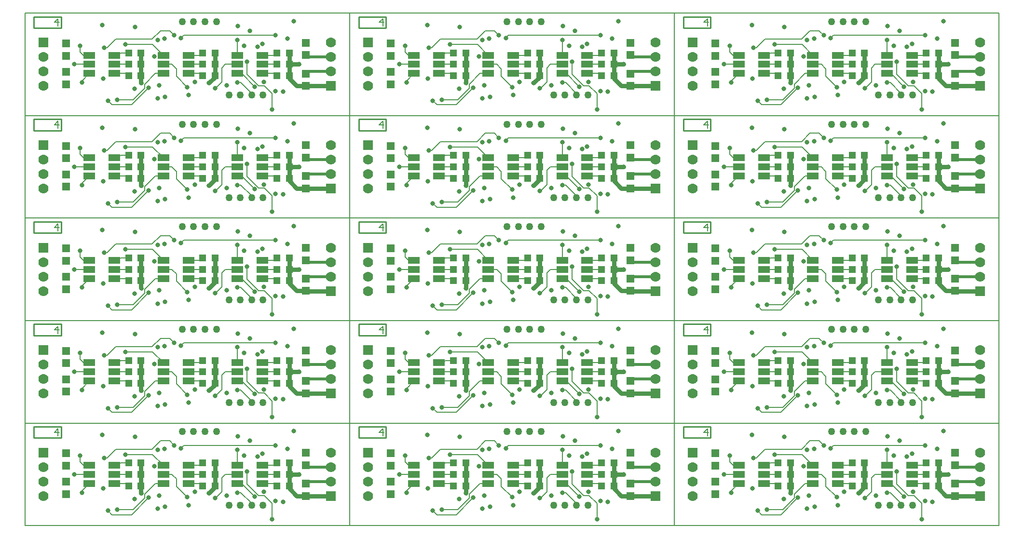
<source format=gbl>
%FSLAX25Y25*%
%MOIN*%
G70*
G01*
G75*
G04 Layer_Physical_Order=4*
G04 Layer_Color=255*
%ADD10C,0.00787*%
%ADD11R,0.03543X0.03543*%
%ADD12R,0.05000X0.05000*%
%ADD13R,0.04000X0.07480*%
%ADD14R,0.03150X0.03150*%
%ADD15R,0.03150X0.03150*%
%ADD16R,0.03543X0.03543*%
%ADD17R,0.02559X0.01181*%
%ADD18R,0.01181X0.02559*%
%ADD19R,0.13583X0.13583*%
%ADD20R,0.09370X0.06496*%
%ADD21R,0.00984X0.02756*%
%ADD22R,0.03600X0.03600*%
%ADD23R,0.05000X0.03600*%
%ADD24C,0.01000*%
%ADD25C,0.01969*%
%ADD26C,0.00984*%
%ADD27C,0.00600*%
%ADD28R,0.05512X0.05512*%
%ADD29C,0.07000*%
%ADD30R,0.07000X0.07000*%
%ADD31C,0.05000*%
%ADD32C,0.03150*%
%ADD33C,0.03150*%
%ADD34R,0.07874X0.05118*%
D10*
X0Y0D02*
Y70866D01*
X224410D01*
Y0D02*
Y70866D01*
X0Y0D02*
X224410D01*
Y70866D01*
X448819D01*
Y0D02*
Y70866D01*
X224410Y0D02*
X448819D01*
Y70866D01*
X673228D01*
Y0D02*
Y70866D01*
X448819Y0D02*
X673228D01*
X0Y70866D02*
Y141732D01*
X224410D01*
Y70866D02*
Y141732D01*
X0Y70866D02*
X224410D01*
Y141732D01*
X448819D01*
Y70866D02*
Y141732D01*
X224410Y70866D02*
X448819D01*
Y141732D01*
X673228D01*
Y70866D02*
Y141732D01*
X448819Y70866D02*
X673228D01*
X0Y141732D02*
Y212598D01*
X224410D01*
Y141732D02*
Y212598D01*
X0Y141732D02*
X224410D01*
Y212598D01*
X448819D01*
Y141732D02*
Y212598D01*
X224410Y141732D02*
X448819D01*
Y212598D01*
X673228D01*
Y141732D02*
Y212598D01*
X448819Y141732D02*
X673228D01*
X0Y212598D02*
Y283465D01*
X224410D01*
Y212598D02*
Y283465D01*
X0Y212598D02*
X224410D01*
Y283465D01*
X448819D01*
Y212598D02*
Y283465D01*
X224410Y212598D02*
X448819D01*
Y283465D01*
X673228D01*
Y212598D02*
Y283465D01*
X448819Y212598D02*
X673228D01*
X0Y283465D02*
Y354331D01*
X224410D01*
Y283465D02*
Y354331D01*
X0Y283465D02*
X224410D01*
Y354331D01*
X448819D01*
Y283465D02*
Y354331D01*
X224410Y283465D02*
X448819D01*
Y354331D01*
X673228D01*
Y283465D02*
Y354331D01*
X448819Y283465D02*
X673228D01*
X61811Y41732D02*
X64567D01*
X66142Y43307D01*
X71734D01*
X61811Y35433D02*
X71734D01*
X61811Y29134D02*
X70159D01*
X71734Y27559D01*
X112992Y41732D02*
X121341D01*
X122915Y43307D01*
X112992Y35433D02*
X122915D01*
X112992Y29134D02*
X121341D01*
X122915Y27559D01*
X164173Y41732D02*
X172522D01*
X174097Y43307D01*
X164173Y35433D02*
X174097D01*
X164173Y29134D02*
X172522D01*
X174097Y27559D01*
X38189Y44094D02*
Y48425D01*
Y44094D02*
X40551Y41732D01*
X44488D01*
X34252Y35433D02*
X44488D01*
X39370Y22835D02*
Y24016D01*
X44488Y29134D01*
X149606D02*
X158661Y20079D01*
X146850Y29134D02*
X149606D01*
X153543Y28740D02*
Y37402D01*
X170866Y4331D02*
Y15354D01*
Y4331D02*
X170866Y4331D01*
X146850Y22835D02*
X149213D01*
X156693Y15354D01*
Y14173D02*
Y15354D01*
X107874Y53543D02*
X109843Y55512D01*
X173228D01*
X146850Y41732D02*
Y52362D01*
X146850Y41732D02*
X146850Y41732D01*
X101575Y35433D02*
X104724Y32283D01*
X95669Y35433D02*
X101575D01*
X69291Y49213D02*
X88189D01*
X95669Y41732D01*
X54724Y46850D02*
X56693D01*
X63779Y11024D02*
X63780D01*
X104724Y27165D02*
Y32283D01*
Y27165D02*
X112205Y19685D01*
X136221Y33071D02*
X138583Y35433D01*
X136221Y23228D02*
Y33071D01*
X131496Y18898D02*
X131890D01*
X136221Y23228D01*
X138583Y35433D02*
X146850D01*
X165461Y20760D02*
X170866Y15354D01*
X161524Y20760D02*
X165461D01*
X153543Y28740D02*
X161524Y20760D01*
X90158Y29134D02*
X95669D01*
X73622Y7480D02*
X85433Y19291D01*
X56693Y46850D02*
X62705Y52862D01*
X63779Y11024D02*
X74803D01*
X82784Y21760D02*
X90158Y29134D01*
X82784Y19004D02*
Y21760D01*
X74803Y11024D02*
X82784Y19004D01*
X60236Y7480D02*
X73622D01*
X57480Y10236D02*
X60236Y7480D01*
X100000Y58661D02*
X103150Y55512D01*
X93701Y58661D02*
X100000D01*
X62705Y52862D02*
X87902D01*
X93701Y58661D01*
X286221Y41732D02*
X288976D01*
X290551Y43307D01*
X296144D01*
X286221Y35433D02*
X296144D01*
X286221Y29134D02*
X294569D01*
X296144Y27559D01*
X337402Y41732D02*
X345750D01*
X347325Y43307D01*
X337402Y35433D02*
X347325D01*
X337402Y29134D02*
X345750D01*
X347325Y27559D01*
X388583Y41732D02*
X396931D01*
X398506Y43307D01*
X388583Y35433D02*
X398506D01*
X388583Y29134D02*
X396931D01*
X398506Y27559D01*
X262598Y44094D02*
Y48425D01*
Y44094D02*
X264961Y41732D01*
X268898D01*
X258661Y35433D02*
X268898D01*
X263779Y22835D02*
Y24016D01*
X268898Y29134D01*
X374016D02*
X383071Y20079D01*
X371260Y29134D02*
X374016D01*
X377953Y28740D02*
Y37402D01*
X395276Y4331D02*
Y15354D01*
Y4331D02*
X395276Y4331D01*
X371260Y22835D02*
X373622D01*
X381102Y15354D01*
Y14173D02*
Y15354D01*
X332283Y53543D02*
X334252Y55512D01*
X397638D01*
X371260Y41732D02*
Y52362D01*
X371260Y41732D02*
X371260Y41732D01*
X325984Y35433D02*
X329134Y32283D01*
X320079Y35433D02*
X325984D01*
X293701Y49213D02*
X312598D01*
X320079Y41732D01*
X279134Y46850D02*
X281102D01*
X288189Y11024D02*
X288189D01*
X329134Y27165D02*
Y32283D01*
Y27165D02*
X336614Y19685D01*
X360630Y33071D02*
X362992Y35433D01*
X360630Y23228D02*
Y33071D01*
X355906Y18898D02*
X356299D01*
X360630Y23228D01*
X362992Y35433D02*
X371260D01*
X389870Y20760D02*
X395276Y15354D01*
X385933Y20760D02*
X389870D01*
X377953Y28740D02*
X385933Y20760D01*
X314567Y29134D02*
X320079D01*
X298031Y7480D02*
X309842Y19291D01*
X281102Y46850D02*
X287114Y52862D01*
X288189Y11024D02*
X299213D01*
X307193Y21760D02*
X314567Y29134D01*
X307193Y19004D02*
Y21760D01*
X299213Y11024D02*
X307193Y19004D01*
X284646Y7480D02*
X298031D01*
X281890Y10236D02*
X284646Y7480D01*
X324409Y58661D02*
X327559Y55512D01*
X318110Y58661D02*
X324409D01*
X287114Y52862D02*
X312311D01*
X318110Y58661D01*
X510630Y41732D02*
X513386D01*
X514961Y43307D01*
X520553D01*
X510630Y35433D02*
X520553D01*
X510630Y29134D02*
X518978D01*
X520553Y27559D01*
X561811Y41732D02*
X570159D01*
X571734Y43307D01*
X561811Y35433D02*
X571734D01*
X561811Y29134D02*
X570159D01*
X571734Y27559D01*
X612992Y41732D02*
X621341D01*
X622915Y43307D01*
X612992Y35433D02*
X622915D01*
X612992Y29134D02*
X621341D01*
X622915Y27559D01*
X487008Y44094D02*
Y48425D01*
Y44094D02*
X489370Y41732D01*
X493307D01*
X483071Y35433D02*
X493307D01*
X488189Y22835D02*
Y24016D01*
X493307Y29134D01*
X598425D02*
X607480Y20079D01*
X595669Y29134D02*
X598425D01*
X602362Y28740D02*
Y37402D01*
X619685Y4331D02*
Y15354D01*
Y4331D02*
X619685Y4331D01*
X595669Y22835D02*
X598032D01*
X605512Y15354D01*
Y14173D02*
Y15354D01*
X556693Y53543D02*
X558661Y55512D01*
X622047D01*
X595669Y41732D02*
Y52362D01*
X595669Y41732D02*
X595669Y41732D01*
X550394Y35433D02*
X553543Y32283D01*
X544488Y35433D02*
X550394D01*
X518110Y49213D02*
X537008D01*
X544488Y41732D01*
X503543Y46850D02*
X505512D01*
X512598Y11024D02*
X512599D01*
X553543Y27165D02*
Y32283D01*
Y27165D02*
X561024Y19685D01*
X585039Y33071D02*
X587402Y35433D01*
X585039Y23228D02*
Y33071D01*
X580315Y18898D02*
X580709D01*
X585039Y23228D01*
X587402Y35433D02*
X595669D01*
X614280Y20760D02*
X619685Y15354D01*
X610343Y20760D02*
X614280D01*
X602362Y28740D02*
X610343Y20760D01*
X538976Y29134D02*
X544488D01*
X522441Y7480D02*
X534252Y19291D01*
X505512Y46850D02*
X511524Y52862D01*
X512598Y11024D02*
X523622D01*
X531602Y21760D02*
X538976Y29134D01*
X531602Y19004D02*
Y21760D01*
X523622Y11024D02*
X531602Y19004D01*
X509055Y7480D02*
X522441D01*
X506299Y10236D02*
X509055Y7480D01*
X548819Y58661D02*
X551968Y55512D01*
X542520Y58661D02*
X548819D01*
X511524Y52862D02*
X536721D01*
X542520Y58661D01*
X61811Y112598D02*
X64567D01*
X66142Y114173D01*
X71734D01*
X61811Y106299D02*
X71734D01*
X61811Y100000D02*
X70159D01*
X71734Y98425D01*
X112992Y112598D02*
X121341D01*
X122915Y114173D01*
X112992Y106299D02*
X122915D01*
X112992Y100000D02*
X121341D01*
X122915Y98425D01*
X164173Y112598D02*
X172522D01*
X174097Y114173D01*
X164173Y106299D02*
X174097D01*
X164173Y100000D02*
X172522D01*
X174097Y98425D01*
X38189Y114961D02*
Y119291D01*
Y114961D02*
X40551Y112598D01*
X44488D01*
X34252Y106299D02*
X44488D01*
X39370Y93701D02*
Y94882D01*
X44488Y100000D01*
X149606D02*
X158661Y90945D01*
X146850Y100000D02*
X149606D01*
X153543Y99606D02*
Y108268D01*
X170866Y75197D02*
Y86221D01*
Y75197D02*
X170866Y75197D01*
X146850Y93701D02*
X149213D01*
X156693Y86221D01*
Y85039D02*
Y86221D01*
X107874Y124409D02*
X109843Y126378D01*
X173228D01*
X146850Y112598D02*
Y123228D01*
X146850Y112598D02*
X146850Y112598D01*
X101575Y106299D02*
X104724Y103150D01*
X95669Y106299D02*
X101575D01*
X69291Y120079D02*
X88189D01*
X95669Y112598D01*
X54724Y117717D02*
X56693D01*
X63779Y81890D02*
X63780D01*
X104724Y98032D02*
Y103150D01*
Y98032D02*
X112205Y90551D01*
X136221Y103937D02*
X138583Y106299D01*
X136221Y94095D02*
Y103937D01*
X131496Y89764D02*
X131890D01*
X136221Y94095D01*
X138583Y106299D02*
X146850D01*
X165461Y91626D02*
X170866Y86221D01*
X161524Y91626D02*
X165461D01*
X153543Y99606D02*
X161524Y91626D01*
X90158Y100000D02*
X95669D01*
X73622Y78347D02*
X85433Y90158D01*
X56693Y117717D02*
X62705Y123728D01*
X63779Y81890D02*
X74803D01*
X82784Y92626D02*
X90158Y100000D01*
X82784Y89870D02*
Y92626D01*
X74803Y81890D02*
X82784Y89870D01*
X60236Y78347D02*
X73622D01*
X57480Y81102D02*
X60236Y78347D01*
X100000Y129528D02*
X103150Y126378D01*
X93701Y129528D02*
X100000D01*
X62705Y123728D02*
X87902D01*
X93701Y129528D01*
X286221Y112598D02*
X288976D01*
X290551Y114173D01*
X296144D01*
X286221Y106299D02*
X296144D01*
X286221Y100000D02*
X294569D01*
X296144Y98425D01*
X337402Y112598D02*
X345750D01*
X347325Y114173D01*
X337402Y106299D02*
X347325D01*
X337402Y100000D02*
X345750D01*
X347325Y98425D01*
X388583Y112598D02*
X396931D01*
X398506Y114173D01*
X388583Y106299D02*
X398506D01*
X388583Y100000D02*
X396931D01*
X398506Y98425D01*
X262598Y114961D02*
Y119291D01*
Y114961D02*
X264961Y112598D01*
X268898D01*
X258661Y106299D02*
X268898D01*
X263779Y93701D02*
Y94882D01*
X268898Y100000D01*
X374016D02*
X383071Y90945D01*
X371260Y100000D02*
X374016D01*
X377953Y99606D02*
Y108268D01*
X395276Y75197D02*
Y86221D01*
Y75197D02*
X395276Y75197D01*
X371260Y93701D02*
X373622D01*
X381102Y86221D01*
Y85039D02*
Y86221D01*
X332283Y124409D02*
X334252Y126378D01*
X397638D01*
X371260Y112598D02*
Y123228D01*
X371260Y112598D02*
X371260Y112598D01*
X325984Y106299D02*
X329134Y103150D01*
X320079Y106299D02*
X325984D01*
X293701Y120079D02*
X312598D01*
X320079Y112598D01*
X279134Y117717D02*
X281102D01*
X288189Y81890D02*
X288189D01*
X329134Y98032D02*
Y103150D01*
Y98032D02*
X336614Y90551D01*
X360630Y103937D02*
X362992Y106299D01*
X360630Y94095D02*
Y103937D01*
X355906Y89764D02*
X356299D01*
X360630Y94095D01*
X362992Y106299D02*
X371260D01*
X389870Y91626D02*
X395276Y86221D01*
X385933Y91626D02*
X389870D01*
X377953Y99606D02*
X385933Y91626D01*
X314567Y100000D02*
X320079D01*
X298031Y78347D02*
X309842Y90158D01*
X281102Y117717D02*
X287114Y123728D01*
X288189Y81890D02*
X299213D01*
X307193Y92626D02*
X314567Y100000D01*
X307193Y89870D02*
Y92626D01*
X299213Y81890D02*
X307193Y89870D01*
X284646Y78347D02*
X298031D01*
X281890Y81102D02*
X284646Y78347D01*
X324409Y129528D02*
X327559Y126378D01*
X318110Y129528D02*
X324409D01*
X287114Y123728D02*
X312311D01*
X318110Y129528D01*
X510630Y112598D02*
X513386D01*
X514961Y114173D01*
X520553D01*
X510630Y106299D02*
X520553D01*
X510630Y100000D02*
X518978D01*
X520553Y98425D01*
X561811Y112598D02*
X570159D01*
X571734Y114173D01*
X561811Y106299D02*
X571734D01*
X561811Y100000D02*
X570159D01*
X571734Y98425D01*
X612992Y112598D02*
X621341D01*
X622915Y114173D01*
X612992Y106299D02*
X622915D01*
X612992Y100000D02*
X621341D01*
X622915Y98425D01*
X487008Y114961D02*
Y119291D01*
Y114961D02*
X489370Y112598D01*
X493307D01*
X483071Y106299D02*
X493307D01*
X488189Y93701D02*
Y94882D01*
X493307Y100000D01*
X598425D02*
X607480Y90945D01*
X595669Y100000D02*
X598425D01*
X602362Y99606D02*
Y108268D01*
X619685Y75197D02*
Y86221D01*
Y75197D02*
X619685Y75197D01*
X595669Y93701D02*
X598032D01*
X605512Y86221D01*
Y85039D02*
Y86221D01*
X556693Y124409D02*
X558661Y126378D01*
X622047D01*
X595669Y112598D02*
Y123228D01*
X595669Y112598D02*
X595669Y112598D01*
X550394Y106299D02*
X553543Y103150D01*
X544488Y106299D02*
X550394D01*
X518110Y120079D02*
X537008D01*
X544488Y112598D01*
X503543Y117717D02*
X505512D01*
X512598Y81890D02*
X512599D01*
X553543Y98032D02*
Y103150D01*
Y98032D02*
X561024Y90551D01*
X585039Y103937D02*
X587402Y106299D01*
X585039Y94095D02*
Y103937D01*
X580315Y89764D02*
X580709D01*
X585039Y94095D01*
X587402Y106299D02*
X595669D01*
X614280Y91626D02*
X619685Y86221D01*
X610343Y91626D02*
X614280D01*
X602362Y99606D02*
X610343Y91626D01*
X538976Y100000D02*
X544488D01*
X522441Y78347D02*
X534252Y90158D01*
X505512Y117717D02*
X511524Y123728D01*
X512598Y81890D02*
X523622D01*
X531602Y92626D02*
X538976Y100000D01*
X531602Y89870D02*
Y92626D01*
X523622Y81890D02*
X531602Y89870D01*
X509055Y78347D02*
X522441D01*
X506299Y81102D02*
X509055Y78347D01*
X548819Y129528D02*
X551968Y126378D01*
X542520Y129528D02*
X548819D01*
X511524Y123728D02*
X536721D01*
X542520Y129528D01*
X61811Y183465D02*
X64567D01*
X66142Y185039D01*
X71734D01*
X61811Y177165D02*
X71734D01*
X61811Y170866D02*
X70159D01*
X71734Y169291D01*
X112992Y183465D02*
X121341D01*
X122915Y185039D01*
X112992Y177165D02*
X122915D01*
X112992Y170866D02*
X121341D01*
X122915Y169291D01*
X164173Y183465D02*
X172522D01*
X174097Y185039D01*
X164173Y177165D02*
X174097D01*
X164173Y170866D02*
X172522D01*
X174097Y169291D01*
X38189Y185827D02*
Y190157D01*
Y185827D02*
X40551Y183465D01*
X44488D01*
X34252Y177165D02*
X44488D01*
X39370Y164567D02*
Y165748D01*
X44488Y170866D01*
X149606D02*
X158661Y161811D01*
X146850Y170866D02*
X149606D01*
X153543Y170472D02*
Y179134D01*
X170866Y146063D02*
Y157087D01*
Y146063D02*
X170866Y146063D01*
X146850Y164567D02*
X149213D01*
X156693Y157087D01*
Y155905D02*
Y157087D01*
X107874Y195276D02*
X109843Y197244D01*
X173228D01*
X146850Y183465D02*
Y194095D01*
X146850Y183465D02*
X146850Y183465D01*
X101575Y177165D02*
X104724Y174016D01*
X95669Y177165D02*
X101575D01*
X69291Y190945D02*
X88189D01*
X95669Y183465D01*
X54724Y188583D02*
X56693D01*
X63779Y152756D02*
X63780D01*
X104724Y168898D02*
Y174016D01*
Y168898D02*
X112205Y161417D01*
X136221Y174803D02*
X138583Y177165D01*
X136221Y164961D02*
Y174803D01*
X131496Y160630D02*
X131890D01*
X136221Y164961D01*
X138583Y177165D02*
X146850D01*
X165461Y162492D02*
X170866Y157087D01*
X161524Y162492D02*
X165461D01*
X153543Y170472D02*
X161524Y162492D01*
X90158Y170866D02*
X95669D01*
X73622Y149213D02*
X85433Y161024D01*
X56693Y188583D02*
X62705Y194595D01*
X63779Y152756D02*
X74803D01*
X82784Y163492D02*
X90158Y170866D01*
X82784Y160736D02*
Y163492D01*
X74803Y152756D02*
X82784Y160736D01*
X60236Y149213D02*
X73622D01*
X57480Y151969D02*
X60236Y149213D01*
X100000Y200394D02*
X103150Y197244D01*
X93701Y200394D02*
X100000D01*
X62705Y194595D02*
X87902D01*
X93701Y200394D01*
X286221Y183465D02*
X288976D01*
X290551Y185039D01*
X296144D01*
X286221Y177165D02*
X296144D01*
X286221Y170866D02*
X294569D01*
X296144Y169291D01*
X337402Y183465D02*
X345750D01*
X347325Y185039D01*
X337402Y177165D02*
X347325D01*
X337402Y170866D02*
X345750D01*
X347325Y169291D01*
X388583Y183465D02*
X396931D01*
X398506Y185039D01*
X388583Y177165D02*
X398506D01*
X388583Y170866D02*
X396931D01*
X398506Y169291D01*
X262598Y185827D02*
Y190157D01*
Y185827D02*
X264961Y183465D01*
X268898D01*
X258661Y177165D02*
X268898D01*
X263779Y164567D02*
Y165748D01*
X268898Y170866D01*
X374016D02*
X383071Y161811D01*
X371260Y170866D02*
X374016D01*
X377953Y170472D02*
Y179134D01*
X395276Y146063D02*
Y157087D01*
Y146063D02*
X395276Y146063D01*
X371260Y164567D02*
X373622D01*
X381102Y157087D01*
Y155905D02*
Y157087D01*
X332283Y195276D02*
X334252Y197244D01*
X397638D01*
X371260Y183465D02*
Y194095D01*
X371260Y183465D02*
X371260Y183465D01*
X325984Y177165D02*
X329134Y174016D01*
X320079Y177165D02*
X325984D01*
X293701Y190945D02*
X312598D01*
X320079Y183465D01*
X279134Y188583D02*
X281102D01*
X288189Y152756D02*
X288189D01*
X329134Y168898D02*
Y174016D01*
Y168898D02*
X336614Y161417D01*
X360630Y174803D02*
X362992Y177165D01*
X360630Y164961D02*
Y174803D01*
X355906Y160630D02*
X356299D01*
X360630Y164961D01*
X362992Y177165D02*
X371260D01*
X389870Y162492D02*
X395276Y157087D01*
X385933Y162492D02*
X389870D01*
X377953Y170472D02*
X385933Y162492D01*
X314567Y170866D02*
X320079D01*
X298031Y149213D02*
X309842Y161024D01*
X281102Y188583D02*
X287114Y194595D01*
X288189Y152756D02*
X299213D01*
X307193Y163492D02*
X314567Y170866D01*
X307193Y160736D02*
Y163492D01*
X299213Y152756D02*
X307193Y160736D01*
X284646Y149213D02*
X298031D01*
X281890Y151969D02*
X284646Y149213D01*
X324409Y200394D02*
X327559Y197244D01*
X318110Y200394D02*
X324409D01*
X287114Y194595D02*
X312311D01*
X318110Y200394D01*
X510630Y183465D02*
X513386D01*
X514961Y185039D01*
X520553D01*
X510630Y177165D02*
X520553D01*
X510630Y170866D02*
X518978D01*
X520553Y169291D01*
X561811Y183465D02*
X570159D01*
X571734Y185039D01*
X561811Y177165D02*
X571734D01*
X561811Y170866D02*
X570159D01*
X571734Y169291D01*
X612992Y183465D02*
X621341D01*
X622915Y185039D01*
X612992Y177165D02*
X622915D01*
X612992Y170866D02*
X621341D01*
X622915Y169291D01*
X487008Y185827D02*
Y190157D01*
Y185827D02*
X489370Y183465D01*
X493307D01*
X483071Y177165D02*
X493307D01*
X488189Y164567D02*
Y165748D01*
X493307Y170866D01*
X598425D02*
X607480Y161811D01*
X595669Y170866D02*
X598425D01*
X602362Y170472D02*
Y179134D01*
X619685Y146063D02*
Y157087D01*
Y146063D02*
X619685Y146063D01*
X595669Y164567D02*
X598032D01*
X605512Y157087D01*
Y155905D02*
Y157087D01*
X556693Y195276D02*
X558661Y197244D01*
X622047D01*
X595669Y183465D02*
Y194095D01*
X595669Y183465D02*
X595669Y183465D01*
X550394Y177165D02*
X553543Y174016D01*
X544488Y177165D02*
X550394D01*
X518110Y190945D02*
X537008D01*
X544488Y183465D01*
X503543Y188583D02*
X505512D01*
X512598Y152756D02*
X512599D01*
X553543Y168898D02*
Y174016D01*
Y168898D02*
X561024Y161417D01*
X585039Y174803D02*
X587402Y177165D01*
X585039Y164961D02*
Y174803D01*
X580315Y160630D02*
X580709D01*
X585039Y164961D01*
X587402Y177165D02*
X595669D01*
X614280Y162492D02*
X619685Y157087D01*
X610343Y162492D02*
X614280D01*
X602362Y170472D02*
X610343Y162492D01*
X538976Y170866D02*
X544488D01*
X522441Y149213D02*
X534252Y161024D01*
X505512Y188583D02*
X511524Y194595D01*
X512598Y152756D02*
X523622D01*
X531602Y163492D02*
X538976Y170866D01*
X531602Y160736D02*
Y163492D01*
X523622Y152756D02*
X531602Y160736D01*
X509055Y149213D02*
X522441D01*
X506299Y151969D02*
X509055Y149213D01*
X548819Y200394D02*
X551968Y197244D01*
X542520Y200394D02*
X548819D01*
X511524Y194595D02*
X536721D01*
X542520Y200394D01*
X61811Y254331D02*
X64567D01*
X66142Y255906D01*
X71734D01*
X61811Y248031D02*
X71734D01*
X61811Y241732D02*
X70159D01*
X71734Y240158D01*
X112992Y254331D02*
X121341D01*
X122915Y255906D01*
X112992Y248031D02*
X122915D01*
X112992Y241732D02*
X121341D01*
X122915Y240158D01*
X164173Y254331D02*
X172522D01*
X174097Y255906D01*
X164173Y248031D02*
X174097D01*
X164173Y241732D02*
X172522D01*
X174097Y240158D01*
X38189Y256693D02*
Y261024D01*
Y256693D02*
X40551Y254331D01*
X44488D01*
X34252Y248031D02*
X44488D01*
X39370Y235433D02*
Y236614D01*
X44488Y241732D01*
X149606D02*
X158661Y232677D01*
X146850Y241732D02*
X149606D01*
X153543Y241339D02*
Y250000D01*
X170866Y216929D02*
Y227953D01*
Y216929D02*
X170866Y216929D01*
X146850Y235433D02*
X149213D01*
X156693Y227953D01*
Y226772D02*
Y227953D01*
X107874Y266142D02*
X109843Y268110D01*
X173228D01*
X146850Y254331D02*
Y264961D01*
X146850Y254331D02*
X146850Y254331D01*
X101575Y248031D02*
X104724Y244882D01*
X95669Y248031D02*
X101575D01*
X69291Y261811D02*
X88189D01*
X95669Y254331D01*
X54724Y259449D02*
X56693D01*
X63779Y223622D02*
X63780D01*
X104724Y239764D02*
Y244882D01*
Y239764D02*
X112205Y232283D01*
X136221Y245669D02*
X138583Y248031D01*
X136221Y235827D02*
Y245669D01*
X131496Y231496D02*
X131890D01*
X136221Y235827D01*
X138583Y248031D02*
X146850D01*
X165461Y233358D02*
X170866Y227953D01*
X161524Y233358D02*
X165461D01*
X153543Y241339D02*
X161524Y233358D01*
X90158Y241732D02*
X95669D01*
X73622Y220079D02*
X85433Y231890D01*
X56693Y259449D02*
X62705Y265461D01*
X63779Y223622D02*
X74803D01*
X82784Y234358D02*
X90158Y241732D01*
X82784Y231602D02*
Y234358D01*
X74803Y223622D02*
X82784Y231602D01*
X60236Y220079D02*
X73622D01*
X57480Y222835D02*
X60236Y220079D01*
X100000Y271260D02*
X103150Y268110D01*
X93701Y271260D02*
X100000D01*
X62705Y265461D02*
X87902D01*
X93701Y271260D01*
X286221Y254331D02*
X288976D01*
X290551Y255906D01*
X296144D01*
X286221Y248031D02*
X296144D01*
X286221Y241732D02*
X294569D01*
X296144Y240158D01*
X337402Y254331D02*
X345750D01*
X347325Y255906D01*
X337402Y248031D02*
X347325D01*
X337402Y241732D02*
X345750D01*
X347325Y240158D01*
X388583Y254331D02*
X396931D01*
X398506Y255906D01*
X388583Y248031D02*
X398506D01*
X388583Y241732D02*
X396931D01*
X398506Y240158D01*
X262598Y256693D02*
Y261024D01*
Y256693D02*
X264961Y254331D01*
X268898D01*
X258661Y248031D02*
X268898D01*
X263779Y235433D02*
Y236614D01*
X268898Y241732D01*
X374016D02*
X383071Y232677D01*
X371260Y241732D02*
X374016D01*
X377953Y241339D02*
Y250000D01*
X395276Y216929D02*
Y227953D01*
Y216929D02*
X395276Y216929D01*
X371260Y235433D02*
X373622D01*
X381102Y227953D01*
Y226772D02*
Y227953D01*
X332283Y266142D02*
X334252Y268110D01*
X397638D01*
X371260Y254331D02*
Y264961D01*
X371260Y254331D02*
X371260Y254331D01*
X325984Y248031D02*
X329134Y244882D01*
X320079Y248031D02*
X325984D01*
X293701Y261811D02*
X312598D01*
X320079Y254331D01*
X279134Y259449D02*
X281102D01*
X288189Y223622D02*
X288189D01*
X329134Y239764D02*
Y244882D01*
Y239764D02*
X336614Y232283D01*
X360630Y245669D02*
X362992Y248031D01*
X360630Y235827D02*
Y245669D01*
X355906Y231496D02*
X356299D01*
X360630Y235827D01*
X362992Y248031D02*
X371260D01*
X389870Y233358D02*
X395276Y227953D01*
X385933Y233358D02*
X389870D01*
X377953Y241339D02*
X385933Y233358D01*
X314567Y241732D02*
X320079D01*
X298031Y220079D02*
X309842Y231890D01*
X281102Y259449D02*
X287114Y265461D01*
X288189Y223622D02*
X299213D01*
X307193Y234358D02*
X314567Y241732D01*
X307193Y231602D02*
Y234358D01*
X299213Y223622D02*
X307193Y231602D01*
X284646Y220079D02*
X298031D01*
X281890Y222835D02*
X284646Y220079D01*
X324409Y271260D02*
X327559Y268110D01*
X318110Y271260D02*
X324409D01*
X287114Y265461D02*
X312311D01*
X318110Y271260D01*
X510630Y254331D02*
X513386D01*
X514961Y255906D01*
X520553D01*
X510630Y248031D02*
X520553D01*
X510630Y241732D02*
X518978D01*
X520553Y240158D01*
X561811Y254331D02*
X570159D01*
X571734Y255906D01*
X561811Y248031D02*
X571734D01*
X561811Y241732D02*
X570159D01*
X571734Y240158D01*
X612992Y254331D02*
X621341D01*
X622915Y255906D01*
X612992Y248031D02*
X622915D01*
X612992Y241732D02*
X621341D01*
X622915Y240158D01*
X487008Y256693D02*
Y261024D01*
Y256693D02*
X489370Y254331D01*
X493307D01*
X483071Y248031D02*
X493307D01*
X488189Y235433D02*
Y236614D01*
X493307Y241732D01*
X598425D02*
X607480Y232677D01*
X595669Y241732D02*
X598425D01*
X602362Y241339D02*
Y250000D01*
X619685Y216929D02*
Y227953D01*
Y216929D02*
X619685Y216929D01*
X595669Y235433D02*
X598032D01*
X605512Y227953D01*
Y226772D02*
Y227953D01*
X556693Y266142D02*
X558661Y268110D01*
X622047D01*
X595669Y254331D02*
Y264961D01*
X595669Y254331D02*
X595669Y254331D01*
X550394Y248031D02*
X553543Y244882D01*
X544488Y248031D02*
X550394D01*
X518110Y261811D02*
X537008D01*
X544488Y254331D01*
X503543Y259449D02*
X505512D01*
X512598Y223622D02*
X512599D01*
X553543Y239764D02*
Y244882D01*
Y239764D02*
X561024Y232283D01*
X585039Y245669D02*
X587402Y248031D01*
X585039Y235827D02*
Y245669D01*
X580315Y231496D02*
X580709D01*
X585039Y235827D01*
X587402Y248031D02*
X595669D01*
X614280Y233358D02*
X619685Y227953D01*
X610343Y233358D02*
X614280D01*
X602362Y241339D02*
X610343Y233358D01*
X538976Y241732D02*
X544488D01*
X522441Y220079D02*
X534252Y231890D01*
X505512Y259449D02*
X511524Y265461D01*
X512598Y223622D02*
X523622D01*
X531602Y234358D02*
X538976Y241732D01*
X531602Y231602D02*
Y234358D01*
X523622Y223622D02*
X531602Y231602D01*
X509055Y220079D02*
X522441D01*
X506299Y222835D02*
X509055Y220079D01*
X548819Y271260D02*
X551968Y268110D01*
X542520Y271260D02*
X548819D01*
X511524Y265461D02*
X536721D01*
X542520Y271260D01*
X61811Y325197D02*
X64567D01*
X66142Y326772D01*
X71734D01*
X61811Y318898D02*
X71734D01*
X61811Y312598D02*
X70159D01*
X71734Y311024D01*
X112992Y325197D02*
X121341D01*
X122915Y326772D01*
X112992Y318898D02*
X122915D01*
X112992Y312598D02*
X121341D01*
X122915Y311024D01*
X164173Y325197D02*
X172522D01*
X174097Y326772D01*
X164173Y318898D02*
X174097D01*
X164173Y312598D02*
X172522D01*
X174097Y311024D01*
X38189Y327559D02*
Y331890D01*
Y327559D02*
X40551Y325197D01*
X44488D01*
X34252Y318898D02*
X44488D01*
X39370Y306299D02*
Y307480D01*
X44488Y312598D01*
X149606D02*
X158661Y303543D01*
X146850Y312598D02*
X149606D01*
X153543Y312205D02*
Y320866D01*
X170866Y287795D02*
Y298819D01*
Y287795D02*
X170866Y287795D01*
X146850Y306299D02*
X149213D01*
X156693Y298819D01*
Y297638D02*
Y298819D01*
X107874Y337008D02*
X109843Y338976D01*
X173228D01*
X146850Y325197D02*
Y335827D01*
X146850Y325197D02*
X146850Y325197D01*
X101575Y318898D02*
X104724Y315748D01*
X95669Y318898D02*
X101575D01*
X69291Y332677D02*
X88189D01*
X95669Y325197D01*
X54724Y330315D02*
X56693D01*
X63779Y294488D02*
X63780D01*
X104724Y310630D02*
Y315748D01*
Y310630D02*
X112205Y303150D01*
X136221Y316535D02*
X138583Y318898D01*
X136221Y306693D02*
Y316535D01*
X131496Y302362D02*
X131890D01*
X136221Y306693D01*
X138583Y318898D02*
X146850D01*
X165461Y304224D02*
X170866Y298819D01*
X161524Y304224D02*
X165461D01*
X153543Y312205D02*
X161524Y304224D01*
X90158Y312598D02*
X95669D01*
X73622Y290945D02*
X85433Y302756D01*
X56693Y330315D02*
X62705Y336327D01*
X63779Y294488D02*
X74803D01*
X82784Y305224D02*
X90158Y312598D01*
X82784Y302468D02*
Y305224D01*
X74803Y294488D02*
X82784Y302468D01*
X60236Y290945D02*
X73622D01*
X57480Y293701D02*
X60236Y290945D01*
X100000Y342126D02*
X103150Y338976D01*
X93701Y342126D02*
X100000D01*
X62705Y336327D02*
X87902D01*
X93701Y342126D01*
X286221Y325197D02*
X288976D01*
X290551Y326772D01*
X296144D01*
X286221Y318898D02*
X296144D01*
X286221Y312598D02*
X294569D01*
X296144Y311024D01*
X337402Y325197D02*
X345750D01*
X347325Y326772D01*
X337402Y318898D02*
X347325D01*
X337402Y312598D02*
X345750D01*
X347325Y311024D01*
X388583Y325197D02*
X396931D01*
X398506Y326772D01*
X388583Y318898D02*
X398506D01*
X388583Y312598D02*
X396931D01*
X398506Y311024D01*
X262598Y327559D02*
Y331890D01*
Y327559D02*
X264961Y325197D01*
X268898D01*
X258661Y318898D02*
X268898D01*
X263779Y306299D02*
Y307480D01*
X268898Y312598D01*
X374016D02*
X383071Y303543D01*
X371260Y312598D02*
X374016D01*
X377953Y312205D02*
Y320866D01*
X395276Y287795D02*
Y298819D01*
Y287795D02*
X395276Y287795D01*
X371260Y306299D02*
X373622D01*
X381102Y298819D01*
Y297638D02*
Y298819D01*
X332283Y337008D02*
X334252Y338976D01*
X397638D01*
X371260Y325197D02*
Y335827D01*
X371260Y325197D02*
X371260Y325197D01*
X325984Y318898D02*
X329134Y315748D01*
X320079Y318898D02*
X325984D01*
X293701Y332677D02*
X312598D01*
X320079Y325197D01*
X279134Y330315D02*
X281102D01*
X288189Y294488D02*
X288189D01*
X329134Y310630D02*
Y315748D01*
Y310630D02*
X336614Y303150D01*
X360630Y316535D02*
X362992Y318898D01*
X360630Y306693D02*
Y316535D01*
X355906Y302362D02*
X356299D01*
X360630Y306693D01*
X362992Y318898D02*
X371260D01*
X389870Y304224D02*
X395276Y298819D01*
X385933Y304224D02*
X389870D01*
X377953Y312205D02*
X385933Y304224D01*
X314567Y312598D02*
X320079D01*
X298031Y290945D02*
X309842Y302756D01*
X281102Y330315D02*
X287114Y336327D01*
X288189Y294488D02*
X299213D01*
X307193Y305224D02*
X314567Y312598D01*
X307193Y302468D02*
Y305224D01*
X299213Y294488D02*
X307193Y302468D01*
X284646Y290945D02*
X298031D01*
X281890Y293701D02*
X284646Y290945D01*
X324409Y342126D02*
X327559Y338976D01*
X318110Y342126D02*
X324409D01*
X287114Y336327D02*
X312311D01*
X318110Y342126D01*
X510630Y325197D02*
X513386D01*
X514961Y326772D01*
X520553D01*
X510630Y318898D02*
X520553D01*
X510630Y312598D02*
X518978D01*
X520553Y311024D01*
X561811Y325197D02*
X570159D01*
X571734Y326772D01*
X561811Y318898D02*
X571734D01*
X561811Y312598D02*
X570159D01*
X571734Y311024D01*
X612992Y325197D02*
X621341D01*
X622915Y326772D01*
X612992Y318898D02*
X622915D01*
X612992Y312598D02*
X621341D01*
X622915Y311024D01*
X487008Y327559D02*
Y331890D01*
Y327559D02*
X489370Y325197D01*
X493307D01*
X483071Y318898D02*
X493307D01*
X488189Y306299D02*
Y307480D01*
X493307Y312598D01*
X598425D02*
X607480Y303543D01*
X595669Y312598D02*
X598425D01*
X602362Y312205D02*
Y320866D01*
X619685Y287795D02*
Y298819D01*
Y287795D02*
X619685Y287795D01*
X595669Y306299D02*
X598032D01*
X605512Y298819D01*
Y297638D02*
Y298819D01*
X556693Y337008D02*
X558661Y338976D01*
X622047D01*
X595669Y325197D02*
Y335827D01*
X595669Y325197D02*
X595669Y325197D01*
X550394Y318898D02*
X553543Y315748D01*
X544488Y318898D02*
X550394D01*
X518110Y332677D02*
X537008D01*
X544488Y325197D01*
X503543Y330315D02*
X505512D01*
X512598Y294488D02*
X512599D01*
X553543Y310630D02*
Y315748D01*
Y310630D02*
X561024Y303150D01*
X585039Y316535D02*
X587402Y318898D01*
X585039Y306693D02*
Y316535D01*
X580315Y302362D02*
X580709D01*
X585039Y306693D01*
X587402Y318898D02*
X595669D01*
X614280Y304224D02*
X619685Y298819D01*
X610343Y304224D02*
X614280D01*
X602362Y312205D02*
X610343Y304224D01*
X538976Y312598D02*
X544488D01*
X522441Y290945D02*
X534252Y302756D01*
X505512Y330315D02*
X511524Y336327D01*
X512598Y294488D02*
X523622D01*
X531602Y305224D02*
X538976Y312598D01*
X531602Y302468D02*
Y305224D01*
X523622Y294488D02*
X531602Y302468D01*
X509055Y290945D02*
X522441D01*
X506299Y293701D02*
X509055Y290945D01*
X548819Y342126D02*
X551968Y338976D01*
X542520Y342126D02*
X548819D01*
X511524Y336327D02*
X536721D01*
X542520Y342126D01*
D12*
X174097Y43307D02*
D03*
X182597D02*
D03*
X174097Y35433D02*
D03*
X182597D02*
D03*
X174097Y27559D02*
D03*
X182597D02*
D03*
X71734Y35433D02*
D03*
X80234D02*
D03*
X122915Y43307D02*
D03*
X131415D02*
D03*
X122915Y27559D02*
D03*
X131415D02*
D03*
X122915Y35433D02*
D03*
X131415D02*
D03*
X71734Y43307D02*
D03*
X80234D02*
D03*
X71734Y27559D02*
D03*
X80234D02*
D03*
X398506Y43307D02*
D03*
X407006D02*
D03*
X398506Y35433D02*
D03*
X407006D02*
D03*
X398506Y27559D02*
D03*
X407006D02*
D03*
X296144Y35433D02*
D03*
X304644D02*
D03*
X347325Y43307D02*
D03*
X355825D02*
D03*
X347325Y27559D02*
D03*
X355825D02*
D03*
X347325Y35433D02*
D03*
X355825D02*
D03*
X296144Y43307D02*
D03*
X304644D02*
D03*
X296144Y27559D02*
D03*
X304644D02*
D03*
X622915Y43307D02*
D03*
X631415D02*
D03*
X622915Y35433D02*
D03*
X631415D02*
D03*
X622915Y27559D02*
D03*
X631415D02*
D03*
X520553Y35433D02*
D03*
X529053D02*
D03*
X571734Y43307D02*
D03*
X580234D02*
D03*
X571734Y27559D02*
D03*
X580234D02*
D03*
X571734Y35433D02*
D03*
X580234D02*
D03*
X520553Y43307D02*
D03*
X529053D02*
D03*
X520553Y27559D02*
D03*
X529053D02*
D03*
X174097Y114173D02*
D03*
X182597D02*
D03*
X174097Y106299D02*
D03*
X182597D02*
D03*
X174097Y98425D02*
D03*
X182597D02*
D03*
X71734Y106299D02*
D03*
X80234D02*
D03*
X122915Y114173D02*
D03*
X131415D02*
D03*
X122915Y98425D02*
D03*
X131415D02*
D03*
X122915Y106299D02*
D03*
X131415D02*
D03*
X71734Y114173D02*
D03*
X80234D02*
D03*
X71734Y98425D02*
D03*
X80234D02*
D03*
X398506Y114173D02*
D03*
X407006D02*
D03*
X398506Y106299D02*
D03*
X407006D02*
D03*
X398506Y98425D02*
D03*
X407006D02*
D03*
X296144Y106299D02*
D03*
X304644D02*
D03*
X347325Y114173D02*
D03*
X355825D02*
D03*
X347325Y98425D02*
D03*
X355825D02*
D03*
X347325Y106299D02*
D03*
X355825D02*
D03*
X296144Y114173D02*
D03*
X304644D02*
D03*
X296144Y98425D02*
D03*
X304644D02*
D03*
X622915Y114173D02*
D03*
X631415D02*
D03*
X622915Y106299D02*
D03*
X631415D02*
D03*
X622915Y98425D02*
D03*
X631415D02*
D03*
X520553Y106299D02*
D03*
X529053D02*
D03*
X571734Y114173D02*
D03*
X580234D02*
D03*
X571734Y98425D02*
D03*
X580234D02*
D03*
X571734Y106299D02*
D03*
X580234D02*
D03*
X520553Y114173D02*
D03*
X529053D02*
D03*
X520553Y98425D02*
D03*
X529053D02*
D03*
X174097Y185039D02*
D03*
X182597D02*
D03*
X174097Y177165D02*
D03*
X182597D02*
D03*
X174097Y169291D02*
D03*
X182597D02*
D03*
X71734Y177165D02*
D03*
X80234D02*
D03*
X122915Y185039D02*
D03*
X131415D02*
D03*
X122915Y169291D02*
D03*
X131415D02*
D03*
X122915Y177165D02*
D03*
X131415D02*
D03*
X71734Y185039D02*
D03*
X80234D02*
D03*
X71734Y169291D02*
D03*
X80234D02*
D03*
X398506Y185039D02*
D03*
X407006D02*
D03*
X398506Y177165D02*
D03*
X407006D02*
D03*
X398506Y169291D02*
D03*
X407006D02*
D03*
X296144Y177165D02*
D03*
X304644D02*
D03*
X347325Y185039D02*
D03*
X355825D02*
D03*
X347325Y169291D02*
D03*
X355825D02*
D03*
X347325Y177165D02*
D03*
X355825D02*
D03*
X296144Y185039D02*
D03*
X304644D02*
D03*
X296144Y169291D02*
D03*
X304644D02*
D03*
X622915Y185039D02*
D03*
X631415D02*
D03*
X622915Y177165D02*
D03*
X631415D02*
D03*
X622915Y169291D02*
D03*
X631415D02*
D03*
X520553Y177165D02*
D03*
X529053D02*
D03*
X571734Y185039D02*
D03*
X580234D02*
D03*
X571734Y169291D02*
D03*
X580234D02*
D03*
X571734Y177165D02*
D03*
X580234D02*
D03*
X520553Y185039D02*
D03*
X529053D02*
D03*
X520553Y169291D02*
D03*
X529053D02*
D03*
X174097Y255906D02*
D03*
X182597D02*
D03*
X174097Y248031D02*
D03*
X182597D02*
D03*
X174097Y240158D02*
D03*
X182597D02*
D03*
X71734Y248031D02*
D03*
X80234D02*
D03*
X122915Y255906D02*
D03*
X131415D02*
D03*
X122915Y240158D02*
D03*
X131415D02*
D03*
X122915Y248031D02*
D03*
X131415D02*
D03*
X71734Y255906D02*
D03*
X80234D02*
D03*
X71734Y240158D02*
D03*
X80234D02*
D03*
X398506Y255906D02*
D03*
X407006D02*
D03*
X398506Y248031D02*
D03*
X407006D02*
D03*
X398506Y240158D02*
D03*
X407006D02*
D03*
X296144Y248031D02*
D03*
X304644D02*
D03*
X347325Y255906D02*
D03*
X355825D02*
D03*
X347325Y240158D02*
D03*
X355825D02*
D03*
X347325Y248031D02*
D03*
X355825D02*
D03*
X296144Y255906D02*
D03*
X304644D02*
D03*
X296144Y240158D02*
D03*
X304644D02*
D03*
X622915Y255906D02*
D03*
X631415D02*
D03*
X622915Y248031D02*
D03*
X631415D02*
D03*
X622915Y240158D02*
D03*
X631415D02*
D03*
X520553Y248031D02*
D03*
X529053D02*
D03*
X571734Y255906D02*
D03*
X580234D02*
D03*
X571734Y240158D02*
D03*
X580234D02*
D03*
X571734Y248031D02*
D03*
X580234D02*
D03*
X520553Y255906D02*
D03*
X529053D02*
D03*
X520553Y240158D02*
D03*
X529053D02*
D03*
X174097Y326772D02*
D03*
X182597D02*
D03*
X174097Y318898D02*
D03*
X182597D02*
D03*
X174097Y311024D02*
D03*
X182597D02*
D03*
X71734Y318898D02*
D03*
X80234D02*
D03*
X122915Y326772D02*
D03*
X131415D02*
D03*
X122915Y311024D02*
D03*
X131415D02*
D03*
X122915Y318898D02*
D03*
X131415D02*
D03*
X71734Y326772D02*
D03*
X80234D02*
D03*
X71734Y311024D02*
D03*
X80234D02*
D03*
X398506Y326772D02*
D03*
X407006D02*
D03*
X398506Y318898D02*
D03*
X407006D02*
D03*
X398506Y311024D02*
D03*
X407006D02*
D03*
X296144Y318898D02*
D03*
X304644D02*
D03*
X347325Y326772D02*
D03*
X355825D02*
D03*
X347325Y311024D02*
D03*
X355825D02*
D03*
X347325Y318898D02*
D03*
X355825D02*
D03*
X296144Y326772D02*
D03*
X304644D02*
D03*
X296144Y311024D02*
D03*
X304644D02*
D03*
X622915Y326772D02*
D03*
X631415D02*
D03*
X622915Y318898D02*
D03*
X631415D02*
D03*
X622915Y311024D02*
D03*
X631415D02*
D03*
X520553Y318898D02*
D03*
X529053D02*
D03*
X571734Y326772D02*
D03*
X580234D02*
D03*
X571734Y311024D02*
D03*
X580234D02*
D03*
X571734Y318898D02*
D03*
X580234D02*
D03*
X520553Y326772D02*
D03*
X529053D02*
D03*
X520553Y311024D02*
D03*
X529053D02*
D03*
D24*
X6192Y60573D02*
Y68373D01*
Y60573D02*
X24992D01*
Y68373D01*
X6192D02*
X24992D01*
X230602Y60573D02*
Y68373D01*
Y60573D02*
X249402D01*
Y68373D01*
X230602D02*
X249402D01*
X455011Y60573D02*
Y68373D01*
Y60573D02*
X473811D01*
Y68373D01*
X455011D02*
X473811D01*
X6192Y131439D02*
Y139239D01*
Y131439D02*
X24992D01*
Y139239D01*
X6192D02*
X24992D01*
X230602Y131439D02*
Y139239D01*
Y131439D02*
X249402D01*
Y139239D01*
X230602D02*
X249402D01*
X455011Y131439D02*
Y139239D01*
Y131439D02*
X473811D01*
Y139239D01*
X455011D02*
X473811D01*
X6192Y202306D02*
Y210105D01*
Y202306D02*
X24992D01*
Y210105D01*
X6192D02*
X24992D01*
X230602Y202306D02*
Y210105D01*
Y202306D02*
X249402D01*
Y210105D01*
X230602D02*
X249402D01*
X455011Y202306D02*
Y210105D01*
Y202306D02*
X473811D01*
Y210105D01*
X455011D02*
X473811D01*
X6192Y273172D02*
Y280972D01*
Y273172D02*
X24992D01*
Y280972D01*
X6192D02*
X24992D01*
X230602Y273172D02*
Y280972D01*
Y273172D02*
X249402D01*
Y280972D01*
X230602D02*
X249402D01*
X455011Y273172D02*
Y280972D01*
Y273172D02*
X473811D01*
Y280972D01*
X455011D02*
X473811D01*
X6192Y344038D02*
Y351838D01*
Y344038D02*
X24992D01*
Y351838D01*
X6192D02*
X24992D01*
X230602Y344038D02*
Y351838D01*
Y344038D02*
X249402D01*
Y351838D01*
X230602D02*
X249402D01*
X455011Y344038D02*
Y351838D01*
Y344038D02*
X473811D01*
Y351838D01*
X455011D02*
X473811D01*
D25*
X195474Y30433D02*
X211417D01*
X194095Y29053D02*
X195474Y30433D01*
X195474Y40433D02*
X211417D01*
X194095Y41813D02*
X195474Y40433D01*
X419884Y30433D02*
X435827D01*
X418504Y29053D02*
X419884Y30433D01*
X419884Y40433D02*
X435827D01*
X418504Y41813D02*
X419884Y40433D01*
X644293Y30433D02*
X660236D01*
X642913Y29053D02*
X644293Y30433D01*
X644293Y40433D02*
X660236D01*
X642913Y41813D02*
X644293Y40433D01*
X195474Y101299D02*
X211417D01*
X194095Y99919D02*
X195474Y101299D01*
X195474Y111299D02*
X211417D01*
X194095Y112679D02*
X195474Y111299D01*
X419884Y101299D02*
X435827D01*
X418504Y99919D02*
X419884Y101299D01*
X419884Y111299D02*
X435827D01*
X418504Y112679D02*
X419884Y111299D01*
X644293Y101299D02*
X660236D01*
X642913Y99919D02*
X644293Y101299D01*
X644293Y111299D02*
X660236D01*
X642913Y112679D02*
X644293Y111299D01*
X195474Y172165D02*
X211417D01*
X194095Y170785D02*
X195474Y172165D01*
X195474Y182165D02*
X211417D01*
X194095Y183545D02*
X195474Y182165D01*
X419884Y172165D02*
X435827D01*
X418504Y170785D02*
X419884Y172165D01*
X419884Y182165D02*
X435827D01*
X418504Y183545D02*
X419884Y182165D01*
X644293Y172165D02*
X660236D01*
X642913Y170785D02*
X644293Y172165D01*
X644293Y182165D02*
X660236D01*
X642913Y183545D02*
X644293Y182165D01*
X195474Y243032D02*
X211417D01*
X194095Y241652D02*
X195474Y243032D01*
X195474Y253031D02*
X211417D01*
X194095Y254411D02*
X195474Y253031D01*
X419884Y243032D02*
X435827D01*
X418504Y241652D02*
X419884Y243032D01*
X419884Y253031D02*
X435827D01*
X418504Y254411D02*
X419884Y253031D01*
X644293Y243032D02*
X660236D01*
X642913Y241652D02*
X644293Y243032D01*
X644293Y253031D02*
X660236D01*
X642913Y254411D02*
X644293Y253031D01*
X195474Y313898D02*
X211417D01*
X194095Y312518D02*
X195474Y313898D01*
X195474Y323898D02*
X211417D01*
X194095Y325278D02*
X195474Y323898D01*
X419884Y313898D02*
X435827D01*
X418504Y312518D02*
X419884Y313898D01*
X419884Y323898D02*
X435827D01*
X418504Y325278D02*
X419884Y323898D01*
X644293Y313898D02*
X660236D01*
X642913Y312518D02*
X644293Y313898D01*
X644293Y323898D02*
X660236D01*
X642913Y325278D02*
X644293Y323898D01*
D27*
X22891Y61973D02*
Y66972D01*
X20392Y64472D01*
X23724D01*
X247301Y61973D02*
Y66972D01*
X244802Y64472D01*
X248134D01*
X471710Y61973D02*
Y66972D01*
X469211Y64472D01*
X472543D01*
X22891Y132839D02*
Y137838D01*
X20392Y135339D01*
X23724D01*
X247301Y132839D02*
Y137838D01*
X244802Y135339D01*
X248134D01*
X471710Y132839D02*
Y137838D01*
X469211Y135339D01*
X472543D01*
X22891Y203706D02*
Y208704D01*
X20392Y206205D01*
X23724D01*
X247301Y203706D02*
Y208704D01*
X244802Y206205D01*
X248134D01*
X471710Y203706D02*
Y208704D01*
X469211Y206205D01*
X472543D01*
X22891Y274572D02*
Y279570D01*
X20392Y277071D01*
X23724D01*
X247301Y274572D02*
Y279570D01*
X244802Y277071D01*
X248134D01*
X471710Y274572D02*
Y279570D01*
X469211Y277071D01*
X472543D01*
X22891Y345438D02*
Y350436D01*
X20392Y347937D01*
X23724D01*
X247301Y345438D02*
Y350436D01*
X244802Y347937D01*
X248134D01*
X471710Y345438D02*
Y350436D01*
X469211Y347937D01*
X472543D01*
D28*
X28346Y41419D02*
D03*
Y49919D02*
D03*
X28346Y30234D02*
D03*
Y21734D02*
D03*
X194095Y41813D02*
D03*
Y50313D02*
D03*
Y29053D02*
D03*
Y20553D02*
D03*
X252756Y41419D02*
D03*
Y49919D02*
D03*
X252756Y30234D02*
D03*
Y21734D02*
D03*
X418504Y41813D02*
D03*
Y50313D02*
D03*
Y29053D02*
D03*
Y20553D02*
D03*
X477165Y41419D02*
D03*
Y49919D02*
D03*
X477165Y30234D02*
D03*
Y21734D02*
D03*
X642913Y41813D02*
D03*
Y50313D02*
D03*
Y29053D02*
D03*
Y20553D02*
D03*
X28346Y112285D02*
D03*
Y120785D02*
D03*
X28346Y101100D02*
D03*
Y92600D02*
D03*
X194095Y112679D02*
D03*
Y121179D02*
D03*
Y99919D02*
D03*
Y91419D02*
D03*
X252756Y112285D02*
D03*
Y120785D02*
D03*
X252756Y101100D02*
D03*
Y92600D02*
D03*
X418504Y112679D02*
D03*
Y121179D02*
D03*
Y99919D02*
D03*
Y91419D02*
D03*
X477165Y112285D02*
D03*
Y120785D02*
D03*
X477165Y101100D02*
D03*
Y92600D02*
D03*
X642913Y112679D02*
D03*
Y121179D02*
D03*
Y99919D02*
D03*
Y91419D02*
D03*
X28346Y183152D02*
D03*
Y191652D02*
D03*
X28346Y171967D02*
D03*
Y163467D02*
D03*
X194095Y183545D02*
D03*
Y192045D02*
D03*
Y170785D02*
D03*
Y162285D02*
D03*
X252756Y183152D02*
D03*
Y191652D02*
D03*
X252756Y171967D02*
D03*
Y163467D02*
D03*
X418504Y183545D02*
D03*
Y192045D02*
D03*
Y170785D02*
D03*
Y162285D02*
D03*
X477165Y183152D02*
D03*
Y191652D02*
D03*
X477165Y171967D02*
D03*
Y163467D02*
D03*
X642913Y183545D02*
D03*
Y192045D02*
D03*
Y170785D02*
D03*
Y162285D02*
D03*
X28346Y254018D02*
D03*
Y262518D02*
D03*
X28346Y242833D02*
D03*
Y234333D02*
D03*
X194095Y254411D02*
D03*
Y262911D02*
D03*
Y241652D02*
D03*
Y233152D02*
D03*
X252756Y254018D02*
D03*
Y262518D02*
D03*
X252756Y242833D02*
D03*
Y234333D02*
D03*
X418504Y254411D02*
D03*
Y262911D02*
D03*
Y241652D02*
D03*
Y233152D02*
D03*
X477165Y254018D02*
D03*
Y262518D02*
D03*
X477165Y242833D02*
D03*
Y234333D02*
D03*
X642913Y254411D02*
D03*
Y262911D02*
D03*
Y241652D02*
D03*
Y233152D02*
D03*
X28346Y324884D02*
D03*
Y333384D02*
D03*
X28346Y313699D02*
D03*
Y305199D02*
D03*
X194095Y325278D02*
D03*
Y333778D02*
D03*
Y312518D02*
D03*
Y304018D02*
D03*
X252756Y324884D02*
D03*
Y333384D02*
D03*
X252756Y313699D02*
D03*
Y305199D02*
D03*
X418504Y325278D02*
D03*
Y333778D02*
D03*
Y312518D02*
D03*
Y304018D02*
D03*
X477165Y324884D02*
D03*
Y333384D02*
D03*
X477165Y313699D02*
D03*
Y305199D02*
D03*
X642913Y325278D02*
D03*
Y333778D02*
D03*
Y312518D02*
D03*
Y304018D02*
D03*
D29*
X12598Y20433D02*
D03*
Y30433D02*
D03*
Y40433D02*
D03*
X211417Y50433D02*
D03*
Y40433D02*
D03*
Y30433D02*
D03*
X237008Y20433D02*
D03*
Y30433D02*
D03*
Y40433D02*
D03*
X435827Y50433D02*
D03*
Y40433D02*
D03*
Y30433D02*
D03*
X461417Y20433D02*
D03*
Y30433D02*
D03*
Y40433D02*
D03*
X660236Y50433D02*
D03*
Y40433D02*
D03*
Y30433D02*
D03*
X12598Y91299D02*
D03*
Y101299D02*
D03*
Y111299D02*
D03*
X211417Y121299D02*
D03*
Y111299D02*
D03*
Y101299D02*
D03*
X237008Y91299D02*
D03*
Y101299D02*
D03*
Y111299D02*
D03*
X435827Y121299D02*
D03*
Y111299D02*
D03*
Y101299D02*
D03*
X461417Y91299D02*
D03*
Y101299D02*
D03*
Y111299D02*
D03*
X660236Y121299D02*
D03*
Y111299D02*
D03*
Y101299D02*
D03*
X12598Y162165D02*
D03*
Y172165D02*
D03*
Y182165D02*
D03*
X211417Y192165D02*
D03*
Y182165D02*
D03*
Y172165D02*
D03*
X237008Y162165D02*
D03*
Y172165D02*
D03*
Y182165D02*
D03*
X435827Y192165D02*
D03*
Y182165D02*
D03*
Y172165D02*
D03*
X461417Y162165D02*
D03*
Y172165D02*
D03*
Y182165D02*
D03*
X660236Y192165D02*
D03*
Y182165D02*
D03*
Y172165D02*
D03*
X12598Y233032D02*
D03*
Y243032D02*
D03*
Y253031D02*
D03*
X211417Y263032D02*
D03*
Y253031D02*
D03*
Y243032D02*
D03*
X237008Y233032D02*
D03*
Y243032D02*
D03*
Y253031D02*
D03*
X435827Y263032D02*
D03*
Y253031D02*
D03*
Y243032D02*
D03*
X461417Y233032D02*
D03*
Y243032D02*
D03*
Y253031D02*
D03*
X660236Y263032D02*
D03*
Y253031D02*
D03*
Y243032D02*
D03*
X12598Y303898D02*
D03*
Y313898D02*
D03*
Y323898D02*
D03*
X211417Y333898D02*
D03*
Y323898D02*
D03*
Y313898D02*
D03*
X237008Y303898D02*
D03*
Y313898D02*
D03*
Y323898D02*
D03*
X435827Y333898D02*
D03*
Y323898D02*
D03*
Y313898D02*
D03*
X461417Y303898D02*
D03*
Y313898D02*
D03*
Y323898D02*
D03*
X660236Y333898D02*
D03*
Y323898D02*
D03*
Y313898D02*
D03*
D30*
X12598Y50433D02*
D03*
X211417Y20433D02*
D03*
X237008Y50433D02*
D03*
X435827Y20433D02*
D03*
X461417Y50433D02*
D03*
X660236Y20433D02*
D03*
X12598Y121299D02*
D03*
X211417Y91299D02*
D03*
X237008Y121299D02*
D03*
X435827Y91299D02*
D03*
X461417Y121299D02*
D03*
X660236Y91299D02*
D03*
X12598Y192165D02*
D03*
X211417Y162165D02*
D03*
X237008Y192165D02*
D03*
X435827Y162165D02*
D03*
X461417Y192165D02*
D03*
X660236Y162165D02*
D03*
X12598Y263032D02*
D03*
X211417Y233032D02*
D03*
X237008Y263032D02*
D03*
X435827Y233032D02*
D03*
X461417Y263032D02*
D03*
X660236Y233032D02*
D03*
X12598Y333898D02*
D03*
X211417Y303898D02*
D03*
X237008Y333898D02*
D03*
X435827Y303898D02*
D03*
X461417Y333898D02*
D03*
X660236Y303898D02*
D03*
D31*
X140945Y14173D02*
D03*
X148819D02*
D03*
X156693D02*
D03*
X164567D02*
D03*
X108661Y64961D02*
D03*
X116535D02*
D03*
X124409D02*
D03*
X132283D02*
D03*
X365354Y14173D02*
D03*
X373228D02*
D03*
X381102D02*
D03*
X388976D02*
D03*
X333071Y64961D02*
D03*
X340945D02*
D03*
X348819D02*
D03*
X356693D02*
D03*
X589764Y14173D02*
D03*
X597638D02*
D03*
X605512D02*
D03*
X613386D02*
D03*
X557480Y64961D02*
D03*
X565354D02*
D03*
X573228D02*
D03*
X581102D02*
D03*
X140945Y85039D02*
D03*
X148819D02*
D03*
X156693D02*
D03*
X164567D02*
D03*
X108661Y135827D02*
D03*
X116535D02*
D03*
X124409D02*
D03*
X132283D02*
D03*
X365354Y85039D02*
D03*
X373228D02*
D03*
X381102D02*
D03*
X388976D02*
D03*
X333071Y135827D02*
D03*
X340945D02*
D03*
X348819D02*
D03*
X356693D02*
D03*
X589764Y85039D02*
D03*
X597638D02*
D03*
X605512D02*
D03*
X613386D02*
D03*
X557480Y135827D02*
D03*
X565354D02*
D03*
X573228D02*
D03*
X581102D02*
D03*
X140945Y155905D02*
D03*
X148819D02*
D03*
X156693D02*
D03*
X164567D02*
D03*
X108661Y206693D02*
D03*
X116535D02*
D03*
X124409D02*
D03*
X132283D02*
D03*
X365354Y155905D02*
D03*
X373228D02*
D03*
X381102D02*
D03*
X388976D02*
D03*
X333071Y206693D02*
D03*
X340945D02*
D03*
X348819D02*
D03*
X356693D02*
D03*
X589764Y155905D02*
D03*
X597638D02*
D03*
X605512D02*
D03*
X613386D02*
D03*
X557480Y206693D02*
D03*
X565354D02*
D03*
X573228D02*
D03*
X581102D02*
D03*
X140945Y226772D02*
D03*
X148819D02*
D03*
X156693D02*
D03*
X164567D02*
D03*
X108661Y277559D02*
D03*
X116535D02*
D03*
X124409D02*
D03*
X132283D02*
D03*
X365354Y226772D02*
D03*
X373228D02*
D03*
X381102D02*
D03*
X388976D02*
D03*
X333071Y277559D02*
D03*
X340945D02*
D03*
X348819D02*
D03*
X356693D02*
D03*
X589764Y226772D02*
D03*
X597638D02*
D03*
X605512D02*
D03*
X613386D02*
D03*
X557480Y277559D02*
D03*
X565354D02*
D03*
X573228D02*
D03*
X581102D02*
D03*
X140945Y297638D02*
D03*
X148819D02*
D03*
X156693D02*
D03*
X164567D02*
D03*
X108661Y348425D02*
D03*
X116535D02*
D03*
X124409D02*
D03*
X132283D02*
D03*
X365354Y297638D02*
D03*
X373228D02*
D03*
X381102D02*
D03*
X388976D02*
D03*
X333071Y348425D02*
D03*
X340945D02*
D03*
X348819D02*
D03*
X356693D02*
D03*
X589764Y297638D02*
D03*
X597638D02*
D03*
X605512D02*
D03*
X613386D02*
D03*
X557480Y348425D02*
D03*
X565354D02*
D03*
X573228D02*
D03*
X581102D02*
D03*
D32*
X38189Y48425D02*
D03*
X34252Y35433D02*
D03*
X39370Y22835D02*
D03*
X131496Y18898D02*
D03*
X158661Y20079D02*
D03*
X153543Y37402D02*
D03*
X170866Y4331D02*
D03*
X146850Y22835D02*
D03*
X107874Y53543D02*
D03*
X173228Y55512D02*
D03*
X146850Y52362D02*
D03*
X69291Y49213D02*
D03*
X54724Y46850D02*
D03*
X103150Y55512D02*
D03*
X63779Y11024D02*
D03*
X164173Y49606D02*
D03*
X160630Y47638D02*
D03*
X89370Y40945D02*
D03*
X112205Y19685D02*
D03*
X189370Y35433D02*
D03*
X173228Y16929D02*
D03*
X127165Y22441D02*
D03*
X91732Y11811D02*
D03*
X53543Y62598D02*
D03*
X75984Y61417D02*
D03*
X96457Y53150D02*
D03*
X96850Y12992D02*
D03*
X139370Y20866D02*
D03*
X155512Y58661D02*
D03*
X164961Y23228D02*
D03*
X185827Y65354D02*
D03*
X117323Y23228D02*
D03*
X85433Y19291D02*
D03*
X92913Y20866D02*
D03*
X151575Y48425D02*
D03*
X147244Y61811D02*
D03*
X80315Y22441D02*
D03*
X181496Y53150D02*
D03*
X75590Y18504D02*
D03*
X57480Y10236D02*
D03*
X112992Y14173D02*
D03*
X178347Y16535D02*
D03*
X91732Y52362D02*
D03*
X53937Y25591D02*
D03*
X262598Y48425D02*
D03*
X258661Y35433D02*
D03*
X263779Y22835D02*
D03*
X355906Y18898D02*
D03*
X383071Y20079D02*
D03*
X377953Y37402D02*
D03*
X395276Y4331D02*
D03*
X371260Y22835D02*
D03*
X332283Y53543D02*
D03*
X397638Y55512D02*
D03*
X371260Y52362D02*
D03*
X293701Y49213D02*
D03*
X279134Y46850D02*
D03*
X327559Y55512D02*
D03*
X288189Y11024D02*
D03*
X388583Y49606D02*
D03*
X385039Y47638D02*
D03*
X313779Y40945D02*
D03*
X336614Y19685D02*
D03*
X413779Y35433D02*
D03*
X397638Y16929D02*
D03*
X351575Y22441D02*
D03*
X316142Y11811D02*
D03*
X277953Y62598D02*
D03*
X300394Y61417D02*
D03*
X320866Y53150D02*
D03*
X321260Y12992D02*
D03*
X363779Y20866D02*
D03*
X379921Y58661D02*
D03*
X389370Y23228D02*
D03*
X410236Y65354D02*
D03*
X341732Y23228D02*
D03*
X309842Y19291D02*
D03*
X317323Y20866D02*
D03*
X375984Y48425D02*
D03*
X371654Y61811D02*
D03*
X304724Y22441D02*
D03*
X405905Y53150D02*
D03*
X300000Y18504D02*
D03*
X281890Y10236D02*
D03*
X337402Y14173D02*
D03*
X402756Y16535D02*
D03*
X316142Y52362D02*
D03*
X278346Y25591D02*
D03*
X487008Y48425D02*
D03*
X483071Y35433D02*
D03*
X488189Y22835D02*
D03*
X580315Y18898D02*
D03*
X607480Y20079D02*
D03*
X602362Y37402D02*
D03*
X619685Y4331D02*
D03*
X595669Y22835D02*
D03*
X556693Y53543D02*
D03*
X622047Y55512D02*
D03*
X595669Y52362D02*
D03*
X518110Y49213D02*
D03*
X503543Y46850D02*
D03*
X551968Y55512D02*
D03*
X512598Y11024D02*
D03*
X612992Y49606D02*
D03*
X609449Y47638D02*
D03*
X538189Y40945D02*
D03*
X561024Y19685D02*
D03*
X638189Y35433D02*
D03*
X622047Y16929D02*
D03*
X575984Y22441D02*
D03*
X540551Y11811D02*
D03*
X502362Y62598D02*
D03*
X524803Y61417D02*
D03*
X545276Y53150D02*
D03*
X545669Y12992D02*
D03*
X588189Y20866D02*
D03*
X604331Y58661D02*
D03*
X613779Y23228D02*
D03*
X634646Y65354D02*
D03*
X566142Y23228D02*
D03*
X534252Y19291D02*
D03*
X541732Y20866D02*
D03*
X600394Y48425D02*
D03*
X596063Y61811D02*
D03*
X529134Y22441D02*
D03*
X630315Y53150D02*
D03*
X524409Y18504D02*
D03*
X506299Y10236D02*
D03*
X561811Y14173D02*
D03*
X627165Y16535D02*
D03*
X540551Y52362D02*
D03*
X502756Y25591D02*
D03*
X38189Y119291D02*
D03*
X34252Y106299D02*
D03*
X39370Y93701D02*
D03*
X131496Y89764D02*
D03*
X158661Y90945D02*
D03*
X153543Y108268D02*
D03*
X170866Y75197D02*
D03*
X146850Y93701D02*
D03*
X107874Y124409D02*
D03*
X173228Y126378D02*
D03*
X146850Y123228D02*
D03*
X69291Y120079D02*
D03*
X54724Y117717D02*
D03*
X103150Y126378D02*
D03*
X63779Y81890D02*
D03*
X164173Y120472D02*
D03*
X160630Y118504D02*
D03*
X89370Y111811D02*
D03*
X112205Y90551D02*
D03*
X189370Y106299D02*
D03*
X173228Y87795D02*
D03*
X127165Y93307D02*
D03*
X91732Y82677D02*
D03*
X53543Y133465D02*
D03*
X75984Y132283D02*
D03*
X96457Y124016D02*
D03*
X96850Y83858D02*
D03*
X139370Y91732D02*
D03*
X155512Y129528D02*
D03*
X164961Y94095D02*
D03*
X185827Y136221D02*
D03*
X117323Y94095D02*
D03*
X85433Y90158D02*
D03*
X92913Y91732D02*
D03*
X151575Y119291D02*
D03*
X147244Y132677D02*
D03*
X80315Y93307D02*
D03*
X181496Y124016D02*
D03*
X75590Y89370D02*
D03*
X57480Y81102D02*
D03*
X112992Y85039D02*
D03*
X178347Y87402D02*
D03*
X91732Y123228D02*
D03*
X53937Y96457D02*
D03*
X262598Y119291D02*
D03*
X258661Y106299D02*
D03*
X263779Y93701D02*
D03*
X355906Y89764D02*
D03*
X383071Y90945D02*
D03*
X377953Y108268D02*
D03*
X395276Y75197D02*
D03*
X371260Y93701D02*
D03*
X332283Y124409D02*
D03*
X397638Y126378D02*
D03*
X371260Y123228D02*
D03*
X293701Y120079D02*
D03*
X279134Y117717D02*
D03*
X327559Y126378D02*
D03*
X288189Y81890D02*
D03*
X388583Y120472D02*
D03*
X385039Y118504D02*
D03*
X313779Y111811D02*
D03*
X336614Y90551D02*
D03*
X413779Y106299D02*
D03*
X397638Y87795D02*
D03*
X351575Y93307D02*
D03*
X316142Y82677D02*
D03*
X277953Y133465D02*
D03*
X300394Y132283D02*
D03*
X320866Y124016D02*
D03*
X321260Y83858D02*
D03*
X363779Y91732D02*
D03*
X379921Y129528D02*
D03*
X389370Y94095D02*
D03*
X410236Y136221D02*
D03*
X341732Y94095D02*
D03*
X309842Y90158D02*
D03*
X317323Y91732D02*
D03*
X375984Y119291D02*
D03*
X371654Y132677D02*
D03*
X304724Y93307D02*
D03*
X405905Y124016D02*
D03*
X300000Y89370D02*
D03*
X281890Y81102D02*
D03*
X337402Y85039D02*
D03*
X402756Y87402D02*
D03*
X316142Y123228D02*
D03*
X278346Y96457D02*
D03*
X487008Y119291D02*
D03*
X483071Y106299D02*
D03*
X488189Y93701D02*
D03*
X580315Y89764D02*
D03*
X607480Y90945D02*
D03*
X602362Y108268D02*
D03*
X619685Y75197D02*
D03*
X595669Y93701D02*
D03*
X556693Y124409D02*
D03*
X622047Y126378D02*
D03*
X595669Y123228D02*
D03*
X518110Y120079D02*
D03*
X503543Y117717D02*
D03*
X551968Y126378D02*
D03*
X512598Y81890D02*
D03*
X612992Y120472D02*
D03*
X609449Y118504D02*
D03*
X538189Y111811D02*
D03*
X561024Y90551D02*
D03*
X638189Y106299D02*
D03*
X622047Y87795D02*
D03*
X575984Y93307D02*
D03*
X540551Y82677D02*
D03*
X502362Y133465D02*
D03*
X524803Y132283D02*
D03*
X545276Y124016D02*
D03*
X545669Y83858D02*
D03*
X588189Y91732D02*
D03*
X604331Y129528D02*
D03*
X613779Y94095D02*
D03*
X634646Y136221D02*
D03*
X566142Y94095D02*
D03*
X534252Y90158D02*
D03*
X541732Y91732D02*
D03*
X600394Y119291D02*
D03*
X596063Y132677D02*
D03*
X529134Y93307D02*
D03*
X630315Y124016D02*
D03*
X524409Y89370D02*
D03*
X506299Y81102D02*
D03*
X561811Y85039D02*
D03*
X627165Y87402D02*
D03*
X540551Y123228D02*
D03*
X502756Y96457D02*
D03*
X38189Y190157D02*
D03*
X34252Y177165D02*
D03*
X39370Y164567D02*
D03*
X131496Y160630D02*
D03*
X158661Y161811D02*
D03*
X153543Y179134D02*
D03*
X170866Y146063D02*
D03*
X146850Y164567D02*
D03*
X107874Y195276D02*
D03*
X173228Y197244D02*
D03*
X146850Y194095D02*
D03*
X69291Y190945D02*
D03*
X54724Y188583D02*
D03*
X103150Y197244D02*
D03*
X63779Y152756D02*
D03*
X164173Y191339D02*
D03*
X160630Y189370D02*
D03*
X89370Y182677D02*
D03*
X112205Y161417D02*
D03*
X189370Y177165D02*
D03*
X173228Y158661D02*
D03*
X127165Y164173D02*
D03*
X91732Y153543D02*
D03*
X53543Y204331D02*
D03*
X75984Y203150D02*
D03*
X96457Y194882D02*
D03*
X96850Y154724D02*
D03*
X139370Y162598D02*
D03*
X155512Y200394D02*
D03*
X164961Y164961D02*
D03*
X185827Y207087D02*
D03*
X117323Y164961D02*
D03*
X85433Y161024D02*
D03*
X92913Y162598D02*
D03*
X151575Y190157D02*
D03*
X147244Y203543D02*
D03*
X80315Y164173D02*
D03*
X181496Y194882D02*
D03*
X75590Y160236D02*
D03*
X57480Y151969D02*
D03*
X112992Y155905D02*
D03*
X178347Y158268D02*
D03*
X91732Y194095D02*
D03*
X53937Y167323D02*
D03*
X262598Y190157D02*
D03*
X258661Y177165D02*
D03*
X263779Y164567D02*
D03*
X355906Y160630D02*
D03*
X383071Y161811D02*
D03*
X377953Y179134D02*
D03*
X395276Y146063D02*
D03*
X371260Y164567D02*
D03*
X332283Y195276D02*
D03*
X397638Y197244D02*
D03*
X371260Y194095D02*
D03*
X293701Y190945D02*
D03*
X279134Y188583D02*
D03*
X327559Y197244D02*
D03*
X288189Y152756D02*
D03*
X388583Y191339D02*
D03*
X385039Y189370D02*
D03*
X313779Y182677D02*
D03*
X336614Y161417D02*
D03*
X413779Y177165D02*
D03*
X397638Y158661D02*
D03*
X351575Y164173D02*
D03*
X316142Y153543D02*
D03*
X277953Y204331D02*
D03*
X300394Y203150D02*
D03*
X320866Y194882D02*
D03*
X321260Y154724D02*
D03*
X363779Y162598D02*
D03*
X379921Y200394D02*
D03*
X389370Y164961D02*
D03*
X410236Y207087D02*
D03*
X341732Y164961D02*
D03*
X309842Y161024D02*
D03*
X317323Y162598D02*
D03*
X375984Y190157D02*
D03*
X371654Y203543D02*
D03*
X304724Y164173D02*
D03*
X405905Y194882D02*
D03*
X300000Y160236D02*
D03*
X281890Y151969D02*
D03*
X337402Y155905D02*
D03*
X402756Y158268D02*
D03*
X316142Y194095D02*
D03*
X278346Y167323D02*
D03*
X487008Y190157D02*
D03*
X483071Y177165D02*
D03*
X488189Y164567D02*
D03*
X580315Y160630D02*
D03*
X607480Y161811D02*
D03*
X602362Y179134D02*
D03*
X619685Y146063D02*
D03*
X595669Y164567D02*
D03*
X556693Y195276D02*
D03*
X622047Y197244D02*
D03*
X595669Y194095D02*
D03*
X518110Y190945D02*
D03*
X503543Y188583D02*
D03*
X551968Y197244D02*
D03*
X512598Y152756D02*
D03*
X612992Y191339D02*
D03*
X609449Y189370D02*
D03*
X538189Y182677D02*
D03*
X561024Y161417D02*
D03*
X638189Y177165D02*
D03*
X622047Y158661D02*
D03*
X575984Y164173D02*
D03*
X540551Y153543D02*
D03*
X502362Y204331D02*
D03*
X524803Y203150D02*
D03*
X545276Y194882D02*
D03*
X545669Y154724D02*
D03*
X588189Y162598D02*
D03*
X604331Y200394D02*
D03*
X613779Y164961D02*
D03*
X634646Y207087D02*
D03*
X566142Y164961D02*
D03*
X534252Y161024D02*
D03*
X541732Y162598D02*
D03*
X600394Y190157D02*
D03*
X596063Y203543D02*
D03*
X529134Y164173D02*
D03*
X630315Y194882D02*
D03*
X524409Y160236D02*
D03*
X506299Y151969D02*
D03*
X561811Y155905D02*
D03*
X627165Y158268D02*
D03*
X540551Y194095D02*
D03*
X502756Y167323D02*
D03*
X38189Y261024D02*
D03*
X34252Y248031D02*
D03*
X39370Y235433D02*
D03*
X131496Y231496D02*
D03*
X158661Y232677D02*
D03*
X153543Y250000D02*
D03*
X170866Y216929D02*
D03*
X146850Y235433D02*
D03*
X107874Y266142D02*
D03*
X173228Y268110D02*
D03*
X146850Y264961D02*
D03*
X69291Y261811D02*
D03*
X54724Y259449D02*
D03*
X103150Y268110D02*
D03*
X63779Y223622D02*
D03*
X164173Y262205D02*
D03*
X160630Y260236D02*
D03*
X89370Y253543D02*
D03*
X112205Y232283D02*
D03*
X189370Y248031D02*
D03*
X173228Y229528D02*
D03*
X127165Y235039D02*
D03*
X91732Y224409D02*
D03*
X53543Y275197D02*
D03*
X75984Y274016D02*
D03*
X96457Y265748D02*
D03*
X96850Y225590D02*
D03*
X139370Y233465D02*
D03*
X155512Y271260D02*
D03*
X164961Y235827D02*
D03*
X185827Y277953D02*
D03*
X117323Y235827D02*
D03*
X85433Y231890D02*
D03*
X92913Y233465D02*
D03*
X151575Y261024D02*
D03*
X147244Y274409D02*
D03*
X80315Y235039D02*
D03*
X181496Y265748D02*
D03*
X75590Y231102D02*
D03*
X57480Y222835D02*
D03*
X112992Y226772D02*
D03*
X178347Y229134D02*
D03*
X91732Y264961D02*
D03*
X53937Y238189D02*
D03*
X262598Y261024D02*
D03*
X258661Y248031D02*
D03*
X263779Y235433D02*
D03*
X355906Y231496D02*
D03*
X383071Y232677D02*
D03*
X377953Y250000D02*
D03*
X395276Y216929D02*
D03*
X371260Y235433D02*
D03*
X332283Y266142D02*
D03*
X397638Y268110D02*
D03*
X371260Y264961D02*
D03*
X293701Y261811D02*
D03*
X279134Y259449D02*
D03*
X327559Y268110D02*
D03*
X288189Y223622D02*
D03*
X388583Y262205D02*
D03*
X385039Y260236D02*
D03*
X313779Y253543D02*
D03*
X336614Y232283D02*
D03*
X413779Y248031D02*
D03*
X397638Y229528D02*
D03*
X351575Y235039D02*
D03*
X316142Y224409D02*
D03*
X277953Y275197D02*
D03*
X300394Y274016D02*
D03*
X320866Y265748D02*
D03*
X321260Y225590D02*
D03*
X363779Y233465D02*
D03*
X379921Y271260D02*
D03*
X389370Y235827D02*
D03*
X410236Y277953D02*
D03*
X341732Y235827D02*
D03*
X309842Y231890D02*
D03*
X317323Y233465D02*
D03*
X375984Y261024D02*
D03*
X371654Y274409D02*
D03*
X304724Y235039D02*
D03*
X405905Y265748D02*
D03*
X300000Y231102D02*
D03*
X281890Y222835D02*
D03*
X337402Y226772D02*
D03*
X402756Y229134D02*
D03*
X316142Y264961D02*
D03*
X278346Y238189D02*
D03*
X487008Y261024D02*
D03*
X483071Y248031D02*
D03*
X488189Y235433D02*
D03*
X580315Y231496D02*
D03*
X607480Y232677D02*
D03*
X602362Y250000D02*
D03*
X619685Y216929D02*
D03*
X595669Y235433D02*
D03*
X556693Y266142D02*
D03*
X622047Y268110D02*
D03*
X595669Y264961D02*
D03*
X518110Y261811D02*
D03*
X503543Y259449D02*
D03*
X551968Y268110D02*
D03*
X512598Y223622D02*
D03*
X612992Y262205D02*
D03*
X609449Y260236D02*
D03*
X538189Y253543D02*
D03*
X561024Y232283D02*
D03*
X638189Y248031D02*
D03*
X622047Y229528D02*
D03*
X575984Y235039D02*
D03*
X540551Y224409D02*
D03*
X502362Y275197D02*
D03*
X524803Y274016D02*
D03*
X545276Y265748D02*
D03*
X545669Y225590D02*
D03*
X588189Y233465D02*
D03*
X604331Y271260D02*
D03*
X613779Y235827D02*
D03*
X634646Y277953D02*
D03*
X566142Y235827D02*
D03*
X534252Y231890D02*
D03*
X541732Y233465D02*
D03*
X600394Y261024D02*
D03*
X596063Y274409D02*
D03*
X529134Y235039D02*
D03*
X630315Y265748D02*
D03*
X524409Y231102D02*
D03*
X506299Y222835D02*
D03*
X561811Y226772D02*
D03*
X627165Y229134D02*
D03*
X540551Y264961D02*
D03*
X502756Y238189D02*
D03*
X38189Y331890D02*
D03*
X34252Y318898D02*
D03*
X39370Y306299D02*
D03*
X131496Y302362D02*
D03*
X158661Y303543D02*
D03*
X153543Y320866D02*
D03*
X170866Y287795D02*
D03*
X146850Y306299D02*
D03*
X107874Y337008D02*
D03*
X173228Y338976D02*
D03*
X146850Y335827D02*
D03*
X69291Y332677D02*
D03*
X54724Y330315D02*
D03*
X103150Y338976D02*
D03*
X63779Y294488D02*
D03*
X164173Y333071D02*
D03*
X160630Y331102D02*
D03*
X89370Y324409D02*
D03*
X112205Y303150D02*
D03*
X189370Y318898D02*
D03*
X173228Y300394D02*
D03*
X127165Y305906D02*
D03*
X91732Y295276D02*
D03*
X53543Y346063D02*
D03*
X75984Y344882D02*
D03*
X96457Y336614D02*
D03*
X96850Y296457D02*
D03*
X139370Y304331D02*
D03*
X155512Y342126D02*
D03*
X164961Y306693D02*
D03*
X185827Y348819D02*
D03*
X117323Y306693D02*
D03*
X85433Y302756D02*
D03*
X92913Y304331D02*
D03*
X151575Y331890D02*
D03*
X147244Y345276D02*
D03*
X80315Y305906D02*
D03*
X181496Y336614D02*
D03*
X75590Y301969D02*
D03*
X57480Y293701D02*
D03*
X112992Y297638D02*
D03*
X178347Y300000D02*
D03*
X91732Y335827D02*
D03*
X53937Y309055D02*
D03*
X262598Y331890D02*
D03*
X258661Y318898D02*
D03*
X263779Y306299D02*
D03*
X355906Y302362D02*
D03*
X383071Y303543D02*
D03*
X377953Y320866D02*
D03*
X395276Y287795D02*
D03*
X371260Y306299D02*
D03*
X332283Y337008D02*
D03*
X397638Y338976D02*
D03*
X371260Y335827D02*
D03*
X293701Y332677D02*
D03*
X279134Y330315D02*
D03*
X327559Y338976D02*
D03*
X288189Y294488D02*
D03*
X388583Y333071D02*
D03*
X385039Y331102D02*
D03*
X313779Y324409D02*
D03*
X336614Y303150D02*
D03*
X413779Y318898D02*
D03*
X397638Y300394D02*
D03*
X351575Y305906D02*
D03*
X316142Y295276D02*
D03*
X277953Y346063D02*
D03*
X300394Y344882D02*
D03*
X320866Y336614D02*
D03*
X321260Y296457D02*
D03*
X363779Y304331D02*
D03*
X379921Y342126D02*
D03*
X389370Y306693D02*
D03*
X410236Y348819D02*
D03*
X341732Y306693D02*
D03*
X309842Y302756D02*
D03*
X317323Y304331D02*
D03*
X375984Y331890D02*
D03*
X371654Y345276D02*
D03*
X304724Y305906D02*
D03*
X405905Y336614D02*
D03*
X300000Y301969D02*
D03*
X281890Y293701D02*
D03*
X337402Y297638D02*
D03*
X402756Y300000D02*
D03*
X316142Y335827D02*
D03*
X278346Y309055D02*
D03*
X487008Y331890D02*
D03*
X483071Y318898D02*
D03*
X488189Y306299D02*
D03*
X580315Y302362D02*
D03*
X607480Y303543D02*
D03*
X602362Y320866D02*
D03*
X619685Y287795D02*
D03*
X595669Y306299D02*
D03*
X556693Y337008D02*
D03*
X622047Y338976D02*
D03*
X595669Y335827D02*
D03*
X518110Y332677D02*
D03*
X503543Y330315D02*
D03*
X551968Y338976D02*
D03*
X512598Y294488D02*
D03*
X612992Y333071D02*
D03*
X609449Y331102D02*
D03*
X538189Y324409D02*
D03*
X561024Y303150D02*
D03*
X638189Y318898D02*
D03*
X622047Y300394D02*
D03*
X575984Y305906D02*
D03*
X540551Y295276D02*
D03*
X502362Y346063D02*
D03*
X524803Y344882D02*
D03*
X545276Y336614D02*
D03*
X545669Y296457D02*
D03*
X588189Y304331D02*
D03*
X604331Y342126D02*
D03*
X613779Y306693D02*
D03*
X634646Y348819D02*
D03*
X566142Y306693D02*
D03*
X534252Y302756D02*
D03*
X541732Y304331D02*
D03*
X600394Y331890D02*
D03*
X596063Y345276D02*
D03*
X529134Y305906D02*
D03*
X630315Y336614D02*
D03*
X524409Y301969D02*
D03*
X506299Y293701D02*
D03*
X561811Y297638D02*
D03*
X627165Y300000D02*
D03*
X540551Y335827D02*
D03*
X502756Y309055D02*
D03*
D33*
X80234Y27559D02*
Y35433D01*
Y43307D01*
X182597Y27559D02*
Y35433D01*
Y43307D01*
X194215Y20433D02*
X211417D01*
X194095Y20553D02*
X194215Y20433D01*
X182597Y25671D02*
Y27559D01*
Y25671D02*
X187715Y20553D01*
X194095D01*
X182597Y35433D02*
X189370D01*
X127165Y22441D02*
X131415Y26691D01*
Y27559D01*
Y43307D01*
X80234Y22522D02*
X80315Y22441D01*
X80234Y22522D02*
Y27559D01*
X304644D02*
Y35433D01*
Y43307D01*
X407006Y27559D02*
Y35433D01*
Y43307D01*
X418624Y20433D02*
X435827D01*
X418504Y20553D02*
X418624Y20433D01*
X407006Y25671D02*
Y27559D01*
Y25671D02*
X412124Y20553D01*
X418504D01*
X407006Y35433D02*
X413779D01*
X351575Y22441D02*
X355825Y26691D01*
Y27559D01*
Y43307D01*
X304644Y22522D02*
X304724Y22441D01*
X304644Y22522D02*
Y27559D01*
X529053D02*
Y35433D01*
Y43307D01*
X631415Y27559D02*
Y35433D01*
Y43307D01*
X643033Y20433D02*
X660236D01*
X642913Y20553D02*
X643033Y20433D01*
X631415Y25671D02*
Y27559D01*
Y25671D02*
X636533Y20553D01*
X642913D01*
X631415Y35433D02*
X638189D01*
X575984Y22441D02*
X580234Y26691D01*
Y27559D01*
Y43307D01*
X529053Y22522D02*
X529134Y22441D01*
X529053Y22522D02*
Y27559D01*
X80234Y98425D02*
Y106299D01*
Y114173D01*
X182597Y98425D02*
Y106299D01*
Y114173D01*
X194215Y91299D02*
X211417D01*
X194095Y91419D02*
X194215Y91299D01*
X182597Y96537D02*
Y98425D01*
Y96537D02*
X187715Y91419D01*
X194095D01*
X182597Y106299D02*
X189370D01*
X127165Y93307D02*
X131415Y97557D01*
Y98425D01*
Y114173D01*
X80234Y93388D02*
X80315Y93307D01*
X80234Y93388D02*
Y98425D01*
X304644D02*
Y106299D01*
Y114173D01*
X407006Y98425D02*
Y106299D01*
Y114173D01*
X418624Y91299D02*
X435827D01*
X418504Y91419D02*
X418624Y91299D01*
X407006Y96537D02*
Y98425D01*
Y96537D02*
X412124Y91419D01*
X418504D01*
X407006Y106299D02*
X413779D01*
X351575Y93307D02*
X355825Y97557D01*
Y98425D01*
Y114173D01*
X304644Y93388D02*
X304724Y93307D01*
X304644Y93388D02*
Y98425D01*
X529053D02*
Y106299D01*
Y114173D01*
X631415Y98425D02*
Y106299D01*
Y114173D01*
X643033Y91299D02*
X660236D01*
X642913Y91419D02*
X643033Y91299D01*
X631415Y96537D02*
Y98425D01*
Y96537D02*
X636533Y91419D01*
X642913D01*
X631415Y106299D02*
X638189D01*
X575984Y93307D02*
X580234Y97557D01*
Y98425D01*
Y114173D01*
X529053Y93388D02*
X529134Y93307D01*
X529053Y93388D02*
Y98425D01*
X80234Y169291D02*
Y177165D01*
Y185039D01*
X182597Y169291D02*
Y177165D01*
Y185039D01*
X194215Y162165D02*
X211417D01*
X194095Y162285D02*
X194215Y162165D01*
X182597Y167403D02*
Y169291D01*
Y167403D02*
X187715Y162285D01*
X194095D01*
X182597Y177165D02*
X189370D01*
X127165Y164173D02*
X131415Y168423D01*
Y169291D01*
Y185039D01*
X80234Y164254D02*
X80315Y164173D01*
X80234Y164254D02*
Y169291D01*
X304644D02*
Y177165D01*
Y185039D01*
X407006Y169291D02*
Y177165D01*
Y185039D01*
X418624Y162165D02*
X435827D01*
X418504Y162285D02*
X418624Y162165D01*
X407006Y167403D02*
Y169291D01*
Y167403D02*
X412124Y162285D01*
X418504D01*
X407006Y177165D02*
X413779D01*
X351575Y164173D02*
X355825Y168423D01*
Y169291D01*
Y185039D01*
X304644Y164254D02*
X304724Y164173D01*
X304644Y164254D02*
Y169291D01*
X529053D02*
Y177165D01*
Y185039D01*
X631415Y169291D02*
Y177165D01*
Y185039D01*
X643033Y162165D02*
X660236D01*
X642913Y162285D02*
X643033Y162165D01*
X631415Y167403D02*
Y169291D01*
Y167403D02*
X636533Y162285D01*
X642913D01*
X631415Y177165D02*
X638189D01*
X575984Y164173D02*
X580234Y168423D01*
Y169291D01*
Y185039D01*
X529053Y164254D02*
X529134Y164173D01*
X529053Y164254D02*
Y169291D01*
X80234Y240158D02*
Y248031D01*
Y255906D01*
X182597Y240158D02*
Y248031D01*
Y255906D01*
X194215Y233032D02*
X211417D01*
X194095Y233152D02*
X194215Y233032D01*
X182597Y238270D02*
Y240158D01*
Y238270D02*
X187715Y233152D01*
X194095D01*
X182597Y248031D02*
X189370D01*
X127165Y235039D02*
X131415Y239289D01*
Y240158D01*
Y255906D01*
X80234Y235120D02*
X80315Y235039D01*
X80234Y235120D02*
Y240158D01*
X304644D02*
Y248031D01*
Y255906D01*
X407006Y240158D02*
Y248031D01*
Y255906D01*
X418624Y233032D02*
X435827D01*
X418504Y233152D02*
X418624Y233032D01*
X407006Y238270D02*
Y240158D01*
Y238270D02*
X412124Y233152D01*
X418504D01*
X407006Y248031D02*
X413779D01*
X351575Y235039D02*
X355825Y239289D01*
Y240158D01*
Y255906D01*
X304644Y235120D02*
X304724Y235039D01*
X304644Y235120D02*
Y240158D01*
X529053D02*
Y248031D01*
Y255906D01*
X631415Y240158D02*
Y248031D01*
Y255906D01*
X643033Y233032D02*
X660236D01*
X642913Y233152D02*
X643033Y233032D01*
X631415Y238270D02*
Y240158D01*
Y238270D02*
X636533Y233152D01*
X642913D01*
X631415Y248031D02*
X638189D01*
X575984Y235039D02*
X580234Y239289D01*
Y240158D01*
Y255906D01*
X529053Y235120D02*
X529134Y235039D01*
X529053Y235120D02*
Y240158D01*
X80234Y311024D02*
Y318898D01*
Y326772D01*
X182597Y311024D02*
Y318898D01*
Y326772D01*
X194215Y303898D02*
X211417D01*
X194095Y304018D02*
X194215Y303898D01*
X182597Y309136D02*
Y311024D01*
Y309136D02*
X187715Y304018D01*
X194095D01*
X182597Y318898D02*
X189370D01*
X127165Y305906D02*
X131415Y310156D01*
Y311024D01*
Y326772D01*
X80234Y305986D02*
X80315Y305906D01*
X80234Y305986D02*
Y311024D01*
X304644D02*
Y318898D01*
Y326772D01*
X407006Y311024D02*
Y318898D01*
Y326772D01*
X418624Y303898D02*
X435827D01*
X418504Y304018D02*
X418624Y303898D01*
X407006Y309136D02*
Y311024D01*
Y309136D02*
X412124Y304018D01*
X418504D01*
X407006Y318898D02*
X413779D01*
X351575Y305906D02*
X355825Y310156D01*
Y311024D01*
Y326772D01*
X304644Y305986D02*
X304724Y305906D01*
X304644Y305986D02*
Y311024D01*
X529053D02*
Y318898D01*
Y326772D01*
X631415Y311024D02*
Y318898D01*
Y326772D01*
X643033Y303898D02*
X660236D01*
X642913Y304018D02*
X643033Y303898D01*
X631415Y309136D02*
Y311024D01*
Y309136D02*
X636533Y304018D01*
X642913D01*
X631415Y318898D02*
X638189D01*
X575984Y305906D02*
X580234Y310156D01*
Y311024D01*
Y326772D01*
X529053Y305986D02*
X529134Y305906D01*
X529053Y305986D02*
Y311024D01*
D34*
X61811Y41732D02*
D03*
Y35433D02*
D03*
Y29134D02*
D03*
X44488Y41732D02*
D03*
Y35433D02*
D03*
Y29134D02*
D03*
X112992Y41732D02*
D03*
Y35433D02*
D03*
Y29134D02*
D03*
X95669Y41732D02*
D03*
Y35433D02*
D03*
Y29134D02*
D03*
X164173Y41732D02*
D03*
Y35433D02*
D03*
Y29134D02*
D03*
X146850Y41732D02*
D03*
Y35433D02*
D03*
Y29134D02*
D03*
X286221Y41732D02*
D03*
Y35433D02*
D03*
Y29134D02*
D03*
X268898Y41732D02*
D03*
Y35433D02*
D03*
Y29134D02*
D03*
X337402Y41732D02*
D03*
Y35433D02*
D03*
Y29134D02*
D03*
X320079Y41732D02*
D03*
Y35433D02*
D03*
Y29134D02*
D03*
X388583Y41732D02*
D03*
Y35433D02*
D03*
Y29134D02*
D03*
X371260Y41732D02*
D03*
Y35433D02*
D03*
Y29134D02*
D03*
X510630Y41732D02*
D03*
Y35433D02*
D03*
Y29134D02*
D03*
X493307Y41732D02*
D03*
Y35433D02*
D03*
Y29134D02*
D03*
X561811Y41732D02*
D03*
Y35433D02*
D03*
Y29134D02*
D03*
X544488Y41732D02*
D03*
Y35433D02*
D03*
Y29134D02*
D03*
X612992Y41732D02*
D03*
Y35433D02*
D03*
Y29134D02*
D03*
X595669Y41732D02*
D03*
Y35433D02*
D03*
Y29134D02*
D03*
X61811Y112598D02*
D03*
Y106299D02*
D03*
Y100000D02*
D03*
X44488Y112598D02*
D03*
Y106299D02*
D03*
Y100000D02*
D03*
X112992Y112598D02*
D03*
Y106299D02*
D03*
Y100000D02*
D03*
X95669Y112598D02*
D03*
Y106299D02*
D03*
Y100000D02*
D03*
X164173Y112598D02*
D03*
Y106299D02*
D03*
Y100000D02*
D03*
X146850Y112598D02*
D03*
Y106299D02*
D03*
Y100000D02*
D03*
X286221Y112598D02*
D03*
Y106299D02*
D03*
Y100000D02*
D03*
X268898Y112598D02*
D03*
Y106299D02*
D03*
Y100000D02*
D03*
X337402Y112598D02*
D03*
Y106299D02*
D03*
Y100000D02*
D03*
X320079Y112598D02*
D03*
Y106299D02*
D03*
Y100000D02*
D03*
X388583Y112598D02*
D03*
Y106299D02*
D03*
Y100000D02*
D03*
X371260Y112598D02*
D03*
Y106299D02*
D03*
Y100000D02*
D03*
X510630Y112598D02*
D03*
Y106299D02*
D03*
Y100000D02*
D03*
X493307Y112598D02*
D03*
Y106299D02*
D03*
Y100000D02*
D03*
X561811Y112598D02*
D03*
Y106299D02*
D03*
Y100000D02*
D03*
X544488Y112598D02*
D03*
Y106299D02*
D03*
Y100000D02*
D03*
X612992Y112598D02*
D03*
Y106299D02*
D03*
Y100000D02*
D03*
X595669Y112598D02*
D03*
Y106299D02*
D03*
Y100000D02*
D03*
X61811Y183465D02*
D03*
Y177165D02*
D03*
Y170866D02*
D03*
X44488Y183465D02*
D03*
Y177165D02*
D03*
Y170866D02*
D03*
X112992Y183465D02*
D03*
Y177165D02*
D03*
Y170866D02*
D03*
X95669Y183465D02*
D03*
Y177165D02*
D03*
Y170866D02*
D03*
X164173Y183465D02*
D03*
Y177165D02*
D03*
Y170866D02*
D03*
X146850Y183465D02*
D03*
Y177165D02*
D03*
Y170866D02*
D03*
X286221Y183465D02*
D03*
Y177165D02*
D03*
Y170866D02*
D03*
X268898Y183465D02*
D03*
Y177165D02*
D03*
Y170866D02*
D03*
X337402Y183465D02*
D03*
Y177165D02*
D03*
Y170866D02*
D03*
X320079Y183465D02*
D03*
Y177165D02*
D03*
Y170866D02*
D03*
X388583Y183465D02*
D03*
Y177165D02*
D03*
Y170866D02*
D03*
X371260Y183465D02*
D03*
Y177165D02*
D03*
Y170866D02*
D03*
X510630Y183465D02*
D03*
Y177165D02*
D03*
Y170866D02*
D03*
X493307Y183465D02*
D03*
Y177165D02*
D03*
Y170866D02*
D03*
X561811Y183465D02*
D03*
Y177165D02*
D03*
Y170866D02*
D03*
X544488Y183465D02*
D03*
Y177165D02*
D03*
Y170866D02*
D03*
X612992Y183465D02*
D03*
Y177165D02*
D03*
Y170866D02*
D03*
X595669Y183465D02*
D03*
Y177165D02*
D03*
Y170866D02*
D03*
X61811Y254331D02*
D03*
Y248031D02*
D03*
Y241732D02*
D03*
X44488Y254331D02*
D03*
Y248031D02*
D03*
Y241732D02*
D03*
X112992Y254331D02*
D03*
Y248031D02*
D03*
Y241732D02*
D03*
X95669Y254331D02*
D03*
Y248031D02*
D03*
Y241732D02*
D03*
X164173Y254331D02*
D03*
Y248031D02*
D03*
Y241732D02*
D03*
X146850Y254331D02*
D03*
Y248031D02*
D03*
Y241732D02*
D03*
X286221Y254331D02*
D03*
Y248031D02*
D03*
Y241732D02*
D03*
X268898Y254331D02*
D03*
Y248031D02*
D03*
Y241732D02*
D03*
X337402Y254331D02*
D03*
Y248031D02*
D03*
Y241732D02*
D03*
X320079Y254331D02*
D03*
Y248031D02*
D03*
Y241732D02*
D03*
X388583Y254331D02*
D03*
Y248031D02*
D03*
Y241732D02*
D03*
X371260Y254331D02*
D03*
Y248031D02*
D03*
Y241732D02*
D03*
X510630Y254331D02*
D03*
Y248031D02*
D03*
Y241732D02*
D03*
X493307Y254331D02*
D03*
Y248031D02*
D03*
Y241732D02*
D03*
X561811Y254331D02*
D03*
Y248031D02*
D03*
Y241732D02*
D03*
X544488Y254331D02*
D03*
Y248031D02*
D03*
Y241732D02*
D03*
X612992Y254331D02*
D03*
Y248031D02*
D03*
Y241732D02*
D03*
X595669Y254331D02*
D03*
Y248031D02*
D03*
Y241732D02*
D03*
X61811Y325197D02*
D03*
Y318898D02*
D03*
Y312598D02*
D03*
X44488Y325197D02*
D03*
Y318898D02*
D03*
Y312598D02*
D03*
X112992Y325197D02*
D03*
Y318898D02*
D03*
Y312598D02*
D03*
X95669Y325197D02*
D03*
Y318898D02*
D03*
Y312598D02*
D03*
X164173Y325197D02*
D03*
Y318898D02*
D03*
Y312598D02*
D03*
X146850Y325197D02*
D03*
Y318898D02*
D03*
Y312598D02*
D03*
X286221Y325197D02*
D03*
Y318898D02*
D03*
Y312598D02*
D03*
X268898Y325197D02*
D03*
Y318898D02*
D03*
Y312598D02*
D03*
X337402Y325197D02*
D03*
Y318898D02*
D03*
Y312598D02*
D03*
X320079Y325197D02*
D03*
Y318898D02*
D03*
Y312598D02*
D03*
X388583Y325197D02*
D03*
Y318898D02*
D03*
Y312598D02*
D03*
X371260Y325197D02*
D03*
Y318898D02*
D03*
Y312598D02*
D03*
X510630Y325197D02*
D03*
Y318898D02*
D03*
Y312598D02*
D03*
X493307Y325197D02*
D03*
Y318898D02*
D03*
Y312598D02*
D03*
X561811Y325197D02*
D03*
Y318898D02*
D03*
Y312598D02*
D03*
X544488Y325197D02*
D03*
Y318898D02*
D03*
Y312598D02*
D03*
X612992Y325197D02*
D03*
Y318898D02*
D03*
Y312598D02*
D03*
X595669Y325197D02*
D03*
Y318898D02*
D03*
Y312598D02*
D03*
M02*

</source>
